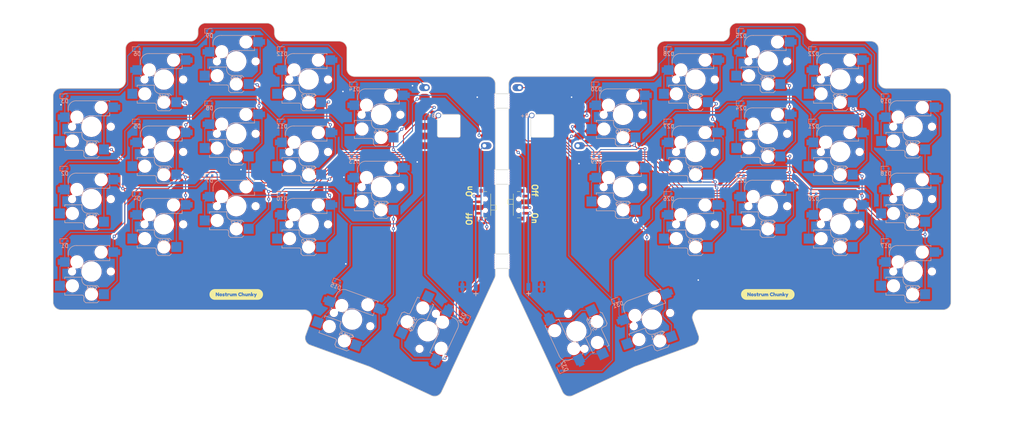
<source format=kicad_pcb>
(kicad_pcb (version 20241229) (generator "pcbnew") (generator_version "9.0")
  (title_block (title "nostrumX_MX") (rev "v1.0.0") (company "Unknown"))
  (layers (0 "F.Cu" signal) (2 "B.Cu" signal) (13 "F.Paste" user) (15 "B.Paste" user) (5 "F.SilkS" user "F.Silkscreen") (7 "B.SilkS" user "B.Silkscreen") (1 "F.Mask" user) (3 "B.Mask" user) (25 "Edge.Cuts" user))
  (net 0 "")
  (net 1 "GND")
  (net 2 "row2")
  (net 3 "Net-(D1-A)")
  (net 4 "Net-(D2-A)")
  (net 5 "row1")
  (net 6 "Net-(D3-A)")
  (net 7 "row0")
  (net 8 "Net-(D4-A)")
  (net 9 "Net-(D5-A)")
  (net 10 "Net-(D6-A)")
  (net 11 "Net-(D7-A)")
  (net 12 "Net-(D8-A)")
  (net 13 "Net-(D9-A)")
  (net 14 "Net-(D10-A)")
  (net 15 "Net-(D11-A)")
  (net 16 "Net-(D12-A)")
  (net 17 "Net-(D13-A)")
  (net 18 "Net-(D14-A)")
  (net 19 "Net-(D15-A)")
  (net 20 "Net-(D16-A)")
  (net 21 "mrow2")
  (net 22 "Net-(D17-A)")
  (net 23 "mrow1")
  (net 24 "mrow0")
  (net 25 "Net-(D20-A)")
  (net 26 "Net-(D21-A)")
  (net 27 "Net-(D22-A)")
  (net 28 "Net-(D23-A)")
  (net 29 "Net-(D24-A)")
  (net 30 "Net-(D25-A)")
  (net 31 "Net-(D26-A)")
  (net 32 "Net-(D27-A)")
  (net 33 "Net-(D28-A)")
  (net 34 "Net-(D29-A)")
  (net 35 "Net-(D30-A)")
  (net 36 "Net-(D31-A)")
  (net 37 "Net-(D32-A)")
  (net 38 "+3.3V")
  (net 41 "col3")
  (net 42 "BAT+")
  (net 43 "col0")
  (net 44 "col5")
  (net 45 "col4")
  (net 46 "col1")
  (net 47 "col2")
  (net 48 "MGND")
  (net 49 "mcol5")
  (net 50 "mcol0")
  (net 51 "mcol3")
  (net 54 "mcol2")
  (net 55 "mcol1")
  (net 56 "M+3.3V")
  (net 57 "mcol4")
  (net 59 "Net-(SW33-C)")
  (net 60 "Net-(SW34-C)")
  (net 62 "MBAT+")
  (net 63 "Net-(D18-A)")
  (net 64 "Net-(D19-A)")
  (net 65 "+5V")
  (net 66 "M+5V")
  (footprint "xxLib:Switch_MXChocV2_combo" (layer "F.Cu") (at 157 68.6175)
    (property "Reference" "SW11")
    (property "Value" "SW_Push_45deg" (hide yes))
  )
  (footprint "xxLib:xiao-ble-smd-batcut" (layer "F.Cu") (at 220 59.3675)
    (property "Reference" "M2" (hide yes))
    (property "Value" "XIAO-BLE" (hide yes))
    (fp_line (start -4.7 -0.075) (end -4.7 4.925) (stroke (width 0.12)) (layer "Edge.Cuts"))
    (fp_line (start -4.2 -0.575) (end 0.8 -0.575) (stroke (width 0.12)) (layer "Edge.Cuts"))
    (fp_line (start 0.8 5.425) (end -4.2 5.425) (stroke (width 0.12)) (layer "Edge.Cuts"))
    (fp_line (start 1.3 -0.075) (end 1.3 4.925) (stroke (width 0.12)) (layer "Edge.Cuts"))
    (fp_arc (start -4.7 -0.075) (mid -4.553553 -0.428553) (end -4.2 -0.575) (stroke (width 0.12)) (layer "Edge.Cuts"))
    (fp_arc (start -4.2 5.425) (mid -4.553553 5.278553) (end -4.7 4.925) (stroke (width 0.12)) (layer "Edge.Cuts"))
    (fp_arc (start 0.8 -0.575) (mid 1.153553 -0.428553) (end 1.3 -0.075) (stroke (width 0.12)) (layer "Edge.Cuts"))
    (fp_arc (start 1.3 4.925) (mid 1.153553 5.278553) (end 0.8 5.425) (stroke (width 0.12)) (layer "Edge.Cuts"))
  )
  (footprint "Button_Switch_SMD:SW_SPDT_PCM12" (layer "F.Cu") (at 203.05 82.4675 90)
    (property "Reference" "SW33" (hide yes))
    (property "Value" "SW_DPDT")
  )
  (footprint "xxLib:Switch_MXChocV2_combo" (layer "F.Cu") (at 277.5 82.855)
    (property "Reference" "SW23")
    (property "Value" "SW_Push_45deg" (hide yes))
  )
  (footprint "xxLib:SMDPad" (layer "F.Cu") (at 197.3378 104.0384)
    (property "Reference" "TP1" (hide yes))
    (property "Value" "BatNeg" (hide yes))
  )
  (footprint "xxLib:Switch_MXChocV2_combo" (layer "F.Cu") (at 239.5 77.8675)
    (property "Reference" "SW29")
    (property "Value" "SW_Push_45deg" (hide yes))
  )
  (footprint "xxLib:Switch_MXChocV2_combo" (layer "F.Cu") (at 258.5 87.6175)
    (property "Reference" "SW26")
    (property "Value" "SW_Push_45deg" (hide yes))
  )
  (footprint "xxLib:Switch_MXChocV2_combo" (layer "F.Cu") (at 277.5 44.855)
    (property "Reference" "SW25")
    (property "Value" "SW_Push_45deg" (hide yes))
  )
  (footprint "xxLib:Switch_MXChocV2_combo" (layer "F.Cu") (at 296.5 87.6175)
    (property "Reference" "SW20")
    (property "Value" "SW_Push_45deg" (hide yes))
  )
  (footprint "xxLib:Breakaway_Tabs_Med" (layer "F.Cu") (at 206.1 75.225 90)
    (property "Reference" "H7")
    (property "Value" "Breakaway Tabs")
  )
  (footprint "xxLib:SMDPad" (layer "F.Cu") (at 218.1522 104.0384)
    (property "Reference" "TP3" (hide yes))
    (property "Value" "MBatNeg" (hide yes))
  )
  (footprint "xxLib:Breakaway_Tabs_Med" (layer "F.Cu") (at 209.4 75.225 90)
    (property "Reference" "H7")
    (property "Value" "Breakaway Tabs")
  )
  (footprint "xxLib:Switch_MXChocV2_combo" (layer "F.Cu") (at 138 44.855)
    (property "Reference" "SW9")
    (property "Value" "SW_Push_45deg" (hide yes))
  )
  (footprint "xxLib:Switch_MXChocV2_combo" (layer "F.Cu") (at 176 58.8675)
    (property "Reference" "SW14")
    (property "Value" "SW_Push_45deg" (hide yes))
  )
  (footprint "xxLib:Switch_MXChocV2_combo" (layer "F.Cu") (at 227.254177 115.690496 115)
    (property "Reference" "SW32")
    (property "Value" "SW_Push_45deg" (hide yes))
  )
  (footprint "xxLib:Switch_MXChocV2_combo" (layer "F.Cu") (at 315.5 62)
    (property "Reference" "SW19")
    (property "Value" "SW_Push_45deg" (hide yes))
  )
  (footprint "xxLib:Breakaway_Tabs_Med" (layer "F.Cu") (at 206.1 55.275 90)
    (property "Reference" "H7")
    (property "Value" "Breakaway Tabs")
  )
  (footprint "xxLib:Breakaway_Tabs_Med" (layer "F.Cu") (at 206.1 97.325 90)
    (property "Reference" "H7")
    (property "Value" "Breakaway Tabs")
  )
  (footprint "xxLib:Switch_MXChocV2_combo" (layer "F.Cu") (at 258.5 49.6175)
    (property "Reference" "SW28")
    (property "Value" "SW_Push_45deg" (hide yes))
  )
  (footprint "xxLib:Switch_MXChocV2_combo" (layer "F.Cu") (at 119 87.6175)
    (property "Reference" "SW4")
    (property "Value" "SW_Push_45deg" (hide yes))
  )
  (footprint "xxLib:Switch_MXChocV2_combo" (layer "F.Cu") (at 277.5 63.855)
    (property "Reference" "SW24")
    (property "Value" "SW_Push_45deg" (hide yes))
  )
  (footprint "xxLib:SMDPadPOS" (layer "F.Cu") (at 214.6522 104.0384)
    (property "Reference" "TP4" (hide yes))
    (property "Value" "MBatPos" (hide yes))
  )
  (footprint "kibuzzard-67FBD43F" (layer "F.Cu") (at 277.5 106.0196)
    (property "Reference" "kibuzzard-67FBD43F" (hide yes))
    (property "Value" "G***" (hide yes))
  )
  (footprint "kibuzzard-67FBD43F" (layer "F.Cu") (at 138 106.0196)
    (property "Reference" "kibuzzard-67FBD43F" (hide yes))
    (property "Value" "G***" (hide yes))
  )
  (footprint "xxLib:Switch_MXChocV2_combo" (layer "F.Cu") (at 296.5 49.6175)
    (property "Reference" "SW22")
    (property "Value" "SW_Push_45deg" (hide yes))
  )
  (footprint "xxLib:Switch_MXChocV2_combo" (layer "F.Cu") (at 119 68.6175)
    (property "Reference" "SW5")
    (property "Value" "SW_Push_45deg" (hide yes))
  )
  (footprint "xxLib:Switch_MXChocV2_combo" (layer "F.Cu") (at 296.5 68.6175)
    (property "Reference" "SW21")
    (property "Value" "SW_Push_45deg" (hide yes))
  )
  (footprint "xxLib:SMDPad" (layer "F.Cu") (at 200.8378 104.0384)
    (property "Reference" "TP2" (hide yes))
    (property "Value" "BatPos" (hide yes))
  )
  (footprint "xxLib:Switch_MXChocV2_combo" (layer "F.Cu") (at 239.5 58.8675)
    (property "Reference" "SW30")
    (property "Value" "SW_Push_45deg" (hide yes))
  )
  (footprint "xxLib:Switch_MXChocV2_combo" (layer "F.Cu") (at 168.4 112.6175 -20)
    (property "Reference" "SW15")
    (property "Value" "SW_Push_45deg" (hide yes))
  )
  (footprint "xxLib:Switch_MXChocV2_combo" (layer "F.Cu") (at 315.5 100)
    (property "Reference" "SW17")
    (property "Value" "SW_Push_45deg" (hide yes))
  )
  (footprint "xxLib:Switch_MXChocV2_combo" (layer "F.Cu") (at 258.5 68.6175)
    (property "Reference" "SW27")
    (property "Value" "SW_Push_45deg" (hide yes))
  )
  (footprint "xxLib:Breakaway_Tabs_Med" (layer "F.Cu") (at 209.4 97.325 90)
    (property "Reference" "H7")
    (property "Value" "Breakaway Tabs")
  )
  (footprint "xxLib:Switch_MXChocV2_combo" (layer "F.Cu") (at 138 82.855)
    (property "Reference" "SW7")
    (property "Value" "SW_Push_45deg" (hide yes))
  )
  (footprint "xxLib:Switch_MXChocV2_combo" (layer "F.Cu") (at 176 77.8675)
    (property "Reference" "SW13")
    (property "Value" "SW_Push_45deg" (hide yes))
  )
  (footprint "Button_Switch_SMD:SW_SPDT_PCM12" (layer "F.Cu") (at 212.45 82.4675 -90)
    (property "Reference" "SW34" (hide yes))
    (property "Value" "SW_DPDT")
  )
  (footprint "xxLib:Switch_MXChocV2_combo" (layer "F.Cu") (at 119 49.6175)
    (property "Reference" "SW6")
    (property "Value" "SW_Push_45deg" (hide yes))
  )
  (footprint "xxLib:Breakaway_Tabs_Med" (layer "F.Cu") (at 209.4 55.275 90)
    (property "Reference" "H7")
    (property "Value" "Breakaway Tabs")
  )
  (footprint "xxLib:Switch_MXChocV2_combo" (layer "F.Cu") (at 247.1 112.6175 20)
    (property "Reference" "SW31")
    (property "Value" "SW_Push_45deg" (hide yes))
  )
  (footprint "xxLib:Switch_MXChocV2_combo" (layer "F.Cu") (at 100 62)
    (property "Reference" "SW3")
    (property "Value" "SW_Push_45deg" (hide yes))
  )
  (footprint "xxLib:Switch_MXChocV2_combo" (layer "F.Cu") (at 138 63.855)
    (property "Reference" "SW8")
    (property "Value" "SW_Push_45deg" (hide yes))
  )
  (footprint "xxLib:Switch_MXChocV2_combo" (layer "F.Cu") (at 157 87.6175)
    (property "Reference" "SW10")
    (property "Value" "SW_Push_45deg" (hide yes))
  )
  (footprint "xxLib:Switch_MXChocV2_combo" (layer "F.Cu") (at 315.5 81)
    (property "Reference" "SW18")
    (property "Value" "SW_Push_45deg" (hide yes))
  )
  (footprint "xxLib:xiao-ble-smd-batcut" (layer "F.Cu") (at 195.5 59.3675)
    (property "Reference" "M1" (hide yes))
    (property "Value" "XIAO-BLE" (hide yes))
    (fp_line (start -4.7 -0.075) (end -4.7 4.925) (stroke (width 0.12)) (layer "Edge.Cuts"))
    (fp_line (start -4.2 -0.575) (end 0.8 -0.575) (stroke (width 0.12)) (layer "Edge.Cuts"))
    (fp_line (start 0.8 5.425) (end -4.2 5.425) (stroke (width 0.12)) (layer "Edge.Cuts"))
    (fp_line (start 1.3 -0.075) (end 1.3 4.925) (stroke (width 0.12)) (layer "Edge.Cuts"))
    (fp_arc (start -4.7 -0.075) (mid -4.553553 -0.428553) (end -4.2 -0.575) (stroke (width 0.12)) (layer "Edge.Cuts"))
    (fp_arc (start -4.2 5.425) (mid -4.553553 5.278553) (end -4.7 4.925) (stroke (width 0.12)) (layer "Edge.Cuts"))
    (fp_arc (start 0.8 -0.575) (mid 1.153553 -0.428553) (end 1.3 -0.075) (stroke (width 0.12)) (layer "Edge.Cuts"))
    (fp_arc (start 1.3 4.925) (mid 1.153553 5.278553) (end 0.8 5.425) (stroke (width 0.12)) (layer "Edge.Cuts"))
  )
  (footprint "xxLib:Switch_MXChocV2_combo" (layer "F.Cu") (at 100 81)
    (property "Reference" "SW2")
    (property "Value" "SW_Push_45deg" (hide yes))
  )
  (footprint "xxLib:Switch_MXChocV2_combo" (layer "F.Cu") (at 157 49.6175)
    (property "Reference" "SW12")
    (property "Value" "SW_Push_45deg" (hide yes))
  )
  (footprint "xxLib:Switch_MXChocV2_combo" (layer "F.Cu") (at 188.245823 115.690496 -115)
    (property "Reference" "SW16")
    (property "Value" "SW_Push_45deg" (hide yes))
  )
  (footprint "xxLib:Switch_MXChocV2_combo" (layer "F.Cu") (at 100 100)
    (property "Reference" "SW1")
    (property "Value" "SW_Push_45deg" (hide yes))
  )
  (footprint "Diode_SMD:D_SOD-523" (layer "B.Cu") (at 164.558313 102.705818 -20)
    (property "Reference" "D15")
    (property "Value" "1N4148WT")
  )
  (footprint "Diode_SMD:D_SOD-523" (layer "B.Cu") (at 237.785991 107.4941 20)
    (property "Reference" "D31")
    (property "Value" "1N4148WT")
  )
  (footprint "Diode_SMD:D_SOD-523" (layer "B.Cu") (at 308.5 54)
    (property "Reference" "D19")
    (property "Value" "1N4148WT")
  )
  (footprint "Diode_SMD:D_SOD-523" (layer "B.Cu") (at 270.5 74.855)
    (property "Reference" "D23")
    (property "Value" "1N4148WT")
  )
  (footprint "Diode_SMD:D_SOD-523" (layer "B.Cu") (at 131 55.855)
    (property "Reference" "D8")
    (property "Value" "1N4148WT")
  )
  (footprint "Diode_SMD:D_SOD-523" (layer "B.Cu") (at 150 60.6175)
    (property "Reference" "D11")
    (property "Value" "1N4148WT")
  )
  (footprint "Diode_SMD:D_SOD-523" (layer "B.Cu") (at 270.5 55.855)
    (property "Reference" "D24")
    (property "Value" "1N4148WT")
  )
  (footprint "Diode_SMD:D_SOD-523" (layer "B.Cu") (at 112 60.6175)
    (property "Reference" "D5")
    (property "Value" "1N4148WT")
  )
  (footprint "Diode_SMD:D_SOD-523" (layer "B.Cu") (at 93 92)
    (property "Reference" "D1")
    (property "Value" "1N4148WT")
  )
  (footprint "Diode_SMD:D_SOD-523" (layer "B.Cu") (at 289.5 60.6175)
    (property "Reference" "D21")
    (property "Value" "1N4148WT")
  )
  (footprint "Diode_SMD:D_SOD-523" (layer "B.Cu") (at 150 41.6175)
    (property "Reference" "D12")
    (property "Value" "1N4148WT")
  )
  (footprint "Diode_SMD:D_SOD-523" (layer "B.Cu") (at 232.5 69.8675)
    (property "Reference" "D29")
    (property "Value" "1N4148WT")
  )
  (footprint "Diode_SMD:D_SOD-523" (layer "B.Cu") (at 150 79.6175)
    (property "Reference" "D10")
    (property "Value" "1N4148WT")
  )
  (footprint "Diode_SMD:D_SOD-523" (layer "B.Cu") (at 131 36.855)
    (property "Reference" "D9")
    (property "Value" "1N4148WT")
  )
  (footprint "Diode_SMD:D_SOD-523" (layer "B.Cu") (at 112 79.6175)
    (property "Reference" "D4")
    (property "Value" "1N4148WT")
  )
  (footprint "Diode_SMD:D_SOD-523" (layer "B.Cu") (at 251.5 79.6175)
    (property "Reference" "D26")
    (property "Value" "1N4148WT")
  )
  (footprint "Diode_SMD:D_SOD-523" (layer "B.Cu") (at 270.5 36.855)
    (property "Reference" "D25")
    (property "Value" "1N4148WT")
  )
  (footprint "Diode_SMD:D_SOD-523" (layer "B.Cu") (at 93 54)
    (property "Reference" "D3")
    (property "Value" "1N4148WT")
  )
  (footprint "Diode_SMD:D_SOD-523" (layer "B.Cu") (at 308.5 92)
    (property "Reference" "D17")
    (property "Value" "1N4148WT")
  )
  (footprint "Diode_SMD:D_SOD-523" (layer "B.Cu") (at 289.5 79.6175)
    (property "Reference" "D20")
    (property "Value" "1N4148WT")
  )
  (footprint "Diode_SMD:D_SOD-523" (layer "B.Cu") (at 169 50.8675)
    (property "Reference" "D14")
    (property "Value" "1N4148WT")
  )
  (footprint "Diode_SMD:D_SOD-523" (layer "B.Cu") (at 93 73)
    (property "Reference" "D2")
    (property "Value" "1N4148WT")
  )
  (footprint "Diode_SMD:D_SOD-523" (layer "B.Cu") (at 198.454613 112.727287 -115)
    (property "Reference" "D16")
    (property "Value" "1N4148WT")
  )
  (footprint "Diode_SMD:D_SOD-523" (layer "B.Cu") (at 112 41.6175)
    (property "Reference" "D6")
    (property "Value" "1N4148WT")
  )
  (footprint "Diode_SMD:D_SOD-523" (layer "B.Cu") (at 131 74.855)
    (property "Reference" "D7")
    (property "Value" "1N4148WT")
  )
  (footprint "Diode_SMD:D_SOD-523" (layer "B.Cu") (at 232.5 50.8675)
    (property "Reference" "D30")
    (property "Value" "1N4148WT")
  )
  (footprint "Diode_SMD:D_SOD-523" (layer "B.Cu") (at 222.962042 125.415596 115)
    (property "Reference" "D32")
    (property "Value" "1N4148WT")
  )
  (footprint "Diode_SMD:D_SOD-523" (layer "B.Cu") (at 308.5 73)
    (property "Reference" "D18")
    (property "Value" "1N4148WT")
  )
  (footprint "Diode_SMD:D_SOD-523" (layer "B.Cu") (at 251.5 41.6175)
    (property "Reference" "D28")
    (property "Value" "1N4148WT")
  )
  (footprint "Diode_SMD:D_SOD-523" (layer "B.Cu") (at 251.5 60.6175)
    (property "Reference" "D27")
    (property "Value" "1N4148WT")
  )
  (footprint "Diode_SMD:D_SOD-523" (layer "B.Cu") (at 169 69.8675)
    (property "Reference" "D13")
    (property "Value" "1N4148WT")
  )
  (footprint "Diode_SMD:D_SOD-523" (layer "B.Cu") (at 289.5 41.6175)
    (property "Reference" "D22")
    (property "Value" "1N4148WT")
  )
  (gr_line (start 287.55 36.805) (end 287.55 37.5675) (stroke (width 0.15)) (layer "Edge.Cuts"))
  (gr_line (start 150.05 39.5675) (end 165.05 39.5675) (stroke (width 0.15)) (layer "Edge.Cuts"))
  (gr_line (start 209.5 73.3) (end 209.5 57.15) (stroke (width 0.15)) (layer "Edge.Cuts"))
  (gr_line (start 257.837404 112.73404) (end 259.297173 116.744723) (stroke (width 0.15)) (layer "Edge.Cuts"))
  (gr_line (start 108.95 49.95) (end 108.95 41.5675) (stroke (width 0.15)) (layer "Edge.Cuts"))
  (gr_arc (start 267.45 36.805) (mid 268.035786 35.390786) (end 269.45 34.805) (stroke (width 0.15)) (layer "Edge.Cuts"))
  (gr_line (start 127.95 37.5675) (end 127.95 36.805) (stroke (width 0.15)) (layer "Edge.Cuts"))
  (gr_line (start 206 99.2) (end 206 100.835167) (stroke (width 0.15)) (layer "Edge.Cuts"))
  (gr_arc (start 157.398172 119.308148) (mid 156.269597 118.274) (end 156.202827 116.744723) (stroke (width 0.15)) (layer "Edge.Cuts"))
  (gr_line (start 209.5 53.35) (end 209.5 50.8175) (stroke (width 0.15)) (layer "Edge.Cuts"))
  (gr_line (start 157.398172 119.308149) (end 172.847116 124.931105) (stroke (width 0.15)) (layer "Edge.Cuts"))
  (gr_arc (start 248.45 46.8175) (mid 247.864214 48.231714) (end 246.45 48.8175) (stroke (width 0.15)) (layer "Edge.Cuts"))
  (gr_line (start 206 57.15) (end 209.5 57.15) (stroke (width 0.15)) (layer "Edge.Cuts"))
  (gr_arc (start 155.783211 110.05) (mid 157.421515 110.902847) (end 157.662596 112.73404) (stroke (width 0.15)) (layer "Edge.Cuts"))
  (gr_line (start 306.55 49.95) (end 306.55 41.5675) (stroke (width 0.15)) (layer "Edge.Cuts"))
  (gr_arc (start 267.45 37.5675) (mid 266.864214 38.981714) (end 265.45 39.5675) (stroke (width 0.15)) (layer "Edge.Cuts"))
  (gr_line (start 169.05 48.8175) (end 204 48.8175) (stroke (width 0.15)) (layer "Edge.Cuts"))
  (gr_line (start 173.008313 124.997874) (end 189.209839 132.55277) (stroke (width 0.15)) (layer "Edge.Cuts"))
  (gr_line (start 110.95 39.5675) (end 125.95 39.5675) (stroke (width 0.15)) (layer "Edge.Cuts"))
  (gr_line (start 259.716789 110.05) (end 323.55 110.05) (stroke (width 0.15)) (layer "Edge.Cuts"))
  (gr_arc (start 108.95 41.5675) (mid 109.535786 40.153286) (end 110.95 39.5675) (stroke (width 0.15)) (layer "Edge.Cuts"))
  (gr_arc (start 89.95 53.95) (mid 90.535786 52.535786) (end 91.95 51.95) (stroke (width 0.15)) (layer "Edge.Cuts"))
  (gr_line (start 206 73.3) (end 209.5 73.3) (stroke (width 0.15)) (layer "Edge.Cuts"))
  (gr_line (start 91.95 51.95) (end 106.95 51.95) (stroke (width 0.15)) (layer "Edge.Cuts"))
  (gr_arc (start 308.55 51.95) (mid 307.135786 51.364214) (end 306.55 49.95) (stroke (width 0.15)) (layer "Edge.Cuts"))
  (gr_line (start 226.290161 132.55277) (end 242.491687 124.997874) (stroke (width 0.15)) (layer "Edge.Cuts"))
  (gr_line (start 206 50.8175) (end 206 53.35) (stroke (width 0.15)) (layer "Edge.Cuts"))
  (gr_arc (start 127.95 37.5675) (mid 127.364214 38.981714) (end 125.95 39.5675) (stroke (width 0.15)) (layer "Edge.Cuts"))
  (gr_line (start 325.55 108.05) (end 325.55 53.95) (stroke (width 0.15)) (layer "Edge.Cuts"))
  (gr_arc (start 259.297174 116.744723) (mid 259.230426 118.27402) (end 258.101828 119.308149) (stroke (width 0.15)) (layer "Edge.Cuts"))
  (gr_arc (start 169.05 48.8175) (mid 167.635786 48.231714) (end 167.05 46.8175) (stroke (width 0.15)) (layer "Edge.Cuts"))
  (gr_line (start 206 77.1) (end 209.5 77.1) (stroke (width 0.15)) (layer "Edge.Cuts"))
  (gr_arc (start 323.55 51.95) (mid 324.964214 52.535786) (end 325.55 53.95) (stroke (width 0.15)) (layer "Edge.Cuts"))
  (gr_arc (start 248.45 41.5675) (mid 249.035786 40.153286) (end 250.45 39.5675) (stroke (width 0.15)) (layer "Edge.Cuts"))
  (gr_arc (start 209.687384 101.680404) (mid 209.547414 101.268046) (end 209.5 100.835167) (stroke (width 0.15)) (layer "Edge.Cuts"))
  (gr_arc (start 150.05 39.5675) (mid 148.635786 38.981714) (end 148.05 37.5675) (stroke (width 0.15)) (layer "Edge.Cuts"))
  (gr_line (start 267.45 37.5675) (end 267.45 36.805) (stroke (width 0.15)) (layer "Edge.Cuts"))
  (gr_arc (start 289.55 39.5675) (mid 288.135786 38.981714) (end 287.55 37.5675) (stroke (width 0.15)) (layer "Edge.Cuts"))
  (gr_arc (start 146.05 34.805) (mid 147.464214 35.390786) (end 148.05 36.805) (stroke (width 0.15)) (layer "Edge.Cuts"))
  (gr_arc (start 209.5 50.8175) (mid 210.085786 49.403286) (end 211.5 48.8175) (stroke (width 0.15)) (layer "Edge.Cuts"))
  (gr_line (start 206 53.35) (end 209.5 53.35) (stroke (width 0.15)) (layer "Edge.Cuts"))
  (gr_line (start 129.95 34.805) (end 146.05 34.805) (stroke (width 0.15)) (layer "Edge.Cuts"))
  (gr_line (start 156.202827 116.744723) (end 157.662596 112.73404) (stroke (width 0.15)) (layer "Edge.Cuts"))
  (gr_arc (start 206.000001 100.835167) (mid 205.952593 101.268047) (end 205.812616 101.680404) (stroke (width 0.15)) (layer "Edge.Cuts"))
  (gr_line (start 211.5 48.8175) (end 246.45 48.8175) (stroke (width 0.15)) (layer "Edge.Cuts"))
  (gr_arc (start 172.847117 124.931104) (mid 172.928444 124.96273) (end 173.008313 124.997874) (stroke (width 0.15)) (layer "Edge.Cuts"))
  (gr_arc (start 204 48.8175) (mid 205.414214 49.403286) (end 206 50.8175) (stroke (width 0.15)) (layer "Edge.Cuts"))
  (gr_line (start 167.05 41.5675) (end 167.05 46.8175) (stroke (width 0.15)) (layer "Edge.Cuts"))
  (gr_line (start 242.652884 124.931105) (end 258.101828 119.308149) (stroke (width 0.15)) (layer "Edge.Cuts"))
  (gr_line (start 91.95 110.05) (end 155.783211 110.05) (stroke (width 0.15)) (layer "Edge.Cuts"))
  (gr_line (start 289.55 39.5675) (end 304.55 39.5675) (stroke (width 0.15)) (layer "Edge.Cuts"))
  (gr_line (start 206 57.15) (end 206 73.3) (stroke (width 0.15)) (layer "Edge.Cuts"))
  (gr_line (start 148.05 36.805) (end 148.05 37.5675) (stroke (width 0.15)) (layer "Edge.Cuts"))
  (gr_line (start 269.45 34.805) (end 285.55 34.805) (stroke (width 0.15)) (layer "Edge.Cuts"))
  (gr_line (start 206 77.1) (end 206 95.4) (stroke (width 0.15)) (layer "Edge.Cuts"))
  (gr_line (start 89.95 108.05) (end 89.95 53.95) (stroke (width 0.15)) (layer "Edge.Cuts"))
  (gr_arc (start 242.491688 124.997875) (mid 242.571558 124.962733) (end 242.652884 124.931105) (stroke (width 0.15)) (layer "Edge.Cuts"))
  (gr_line (start 209.500015 100.835167) (end 209.500015 99.2) (stroke (width 0.15)) (layer "Edge.Cuts"))
  (gr_line (start 250.45 39.5675) (end 265.45 39.5675) (stroke (width 0.15)) (layer "Edge.Cuts"))
  (gr_line (start 248.45 46.8175) (end 248.45 41.5675) (stroke (width 0.15)) (layer "Edge.Cuts"))
  (gr_line (start 209.5 95.4) (end 209.5 77.1) (stroke (width 0.15)) (layer "Edge.Cuts"))
  (gr_line (start 206 95.4) (end 209.5 95.4) (stroke (width 0.15)) (layer "Edge.Cuts"))
  (gr_arc (start 285.55 34.805) (mid 286.964214 35.390786) (end 287.55 36.805) (stroke (width 0.15)) (layer "Edge.Cuts"))
  (gr_arc (start 91.95 110.05) (mid 90.535786 109.464214) (end 89.95 108.05) (stroke (width 0.15)) (layer "Edge.Cuts"))
  (gr_line (start 205.812616 101.680404) (end 191.867691 131.585391) (stroke (width 0.15)) (layer "Edge.Cuts"))
  (gr_arc (start 108.95 49.95) (mid 108.364214 51.364214) (end 106.95 51.95) (stroke (width 0.15)) (layer "Edge.Cuts"))
  (gr_arc (start 304.55 39.5675) (mid 305.964214 40.153286) (end 306.55 41.5675) (stroke (width 0.15)) (layer "Edge.Cuts"))
  (gr_arc (start 226.290162 132.55277) (mid 224.760876 132.619559) (end 223.632309 131.585391) (stroke (width 0.15)) (layer "Edge.Cuts"))
  (gr_line (start 308.55 51.95) (end 323.55 51.95) (stroke (width 0.15)) (layer "Edge.Cuts"))
  (gr_line (start 206 99.2) (end 209.500015 99.2) (stroke (width 0.15)) (layer "Edge.Cuts"))
  (gr_arc (start 325.55 108.05) (mid 324.964214 109.464214) (end 323.55 110.05) (stroke (width 0.15)) (layer "Edge.Cuts"))
  (gr_arc (start 127.95 36.805) (mid 128.535786 35.390786) (end 129.95 34.805) (stroke (width 0.15)) (layer "Edge.Cuts"))
  (gr_arc (start 191.867691 131.58539) (mid 190.739116 132.619539) (end 189.209839 132.55277) (stroke (width 0.15)) (layer "Edge.Cuts"))
  (gr_arc (start 257.837404 112.73404) (mid 258.078486 110.902844) (end 259.716789 110.05) (stroke (width 0.15)) (layer "Edge.Cuts"))
  (gr_arc (start 165.05 39.5675) (mid 166.464214 40.153286) (end 167.05 41.5675) (stroke (width 0.15)) (layer "Edge.Cuts"))
  (gr_line (start 223.632309 131.585391) (end 209.687384 101.680404) (stroke (width 0.15)) (layer "Edge.Cuts"))
  (gr_text "On" (at 200.05 80.581786 90) (layer "F.SilkS") (effects (font (size 1.5 1.5) (thickness 0.3) (bold yes)) (justify left bottom)))
  (gr_text "Off" (at 215.45 76.874643 270) (layer "F.SilkS") (effects (font (size 1.5 1.5) (thickness 0.3) (bold yes)) (justify left bottom)))
  (gr_text "On" (at 215.45 84.353214 270) (layer "F.SilkS") (effects (font (size 1.5 1.5) (thickness 0.3) (bold yes)) (justify left bottom)))
  (gr_text "Off" (at 200.05 88.060358 90) (layer "F.SilkS") (effects (font (size 1.5 1.5) (thickness 0.3) (bold yes)) (justify left bottom)))
  (via (at 185.5 71.25) (size 0.8) (drill 0.4) (layers "F.Cu" "B.Cu") (net 1))
  (via (at 139.25 73.25) (size 0.8) (drill 0.4) (layers "F.Cu" "B.Cu") (net 1))
  (via (at 166.75 98) (size 0.8) (drill 0.4) (layers "F.Cu" "B.Cu") (net 1))
  (via (at 166 52.75) (size 0.8) (drill 0.4) (layers "F.Cu" "B.Cu") (net 1))
  (via (at 184.25 51.25) (size 0.8) (drill 0.4) (layers "F.Cu" "B.Cu") (net 1))
  (via (at 92 56.25) (size 0.8) (drill 0.4) (layers "F.Cu" "B.Cu") (net 1))
  (via (at 166.25 75.25) (size 0.8) (drill 0.4) (layers "F.Cu" "B.Cu") (net 1))
  (via (at 201.25 54.25) (size 0.8) (drill 0.4) (layers "F.Cu" "B.Cu") (net 1))
  (segment (start 189.84111 56.8275) (end 189.950003 56.936393) (width 0.25) (layer "F.Cu") (net 2))
  (segment (start 186.93004 56.8275) (end 189.84111 56.8275) (width 0.25) (layer "F.Cu") (net 2))
  (via (at 189.950003 56.936393) (size 0.8) (drill 0.4) (layers "F.Cu" "B.Cu") (net 2))
  (segment (start 187.5 79.75) (end 187.5 79.5) (width 0.25) (layer "B.Cu") (net 2))
  (segment (start 111.3 79.6175) (end 111.3 79.2) (width 0.25) (layer "B.Cu") (net 2))
  (segment (start 148.9175 80) (end 149.3 79.6175) (width 0.25) (layer "B.Cu") (net 2))
  (segment (start 168.25 87.5) (end 179.75 87.5) (width 0.25) (layer "B.Cu") (net 2))
  (segment (start 133 74.5) (end 133 75.75) (width 0.25) (layer "B.Cu") (net 2))
  (segment (start 165 84.25) (end 168.25 87.5) (width 0.25) (layer "B.Cu") (net 2))
  (segment (start 112.75 77.75) (end 127.405 77.75) (width 0.25) (layer "B.Cu") (net 2))
  (segment (start 163.900528 102.466404) (end 167.866932 98.5) (width 0.25) (layer "B.Cu") (net 2))
  (segment (start 137.25 80) (end 148.9175 80) (width 0.25) (layer "B.Cu") (net 2))
  (segment (start 187.5 59.386396) (end 189.950003 56.936393) (width 0.25) (layer "B.Cu") (net 2))
  (segment (start 167.866932 87.883068) (end 168.25 87.5) (width 0.25) (layer "B.Cu") (net 2))
  (segment (start 111.3 79.95) (end 111.3 79.6175) (width 0.25) (layer "B.Cu") (net 2))
  (segment (start 131.405 73.75) (end 132.25 73.75) (width 0.25) (layer "B.Cu") (net 2))
  (segment (start 111.3 79.2) (end 112.75 77.75) (width 0.25) (layer "B.Cu") (net 2))
  (segment (start 149.3 79.6175) (end 150.6675 78.25) (width 0.25) (layer "B.Cu") (net 2))
  (segment (start 179.75 87.5) (end 187.5 79.75) (width 0.25) (layer "B.Cu") (net 2))
  (segment (start 127.405 77.75) (end 130.3 74.855) (width 0.25) (layer "B.Cu") (net 2))
  (segment (start 163.5 78.25) (end 165 79.75) (width 0.25) (layer "B.Cu") (net 2))
  (segment (start 106 89.75) (end 108.75 87) (width 0.25) (layer "B.Cu") (net 2))
  (segment (start 108.75 87) (end 108.75 82.5) (width 0.25) (layer "B.Cu") (net 2))
  (segment (start 133 75.75) (end 137.25 80) (width 0.25) (layer "B.Cu") (net 2))
  (segment (start 130.3 74.855) (end 131.405 73.75) (width 0.25) (layer "B.Cu") (net 2))
  (segment (start 167.866932 98.5) (end 167.866932 87.883068) (width 0.25) (layer "B.Cu") (net 2))
  (segment (start 108.75 82.5) (end 111.3 79.95) (width 0.25) (layer "B.Cu") (net 2))
  (segment (start 150.6675 78.25) (end 163.5 78.25) (width 0.25) (layer "B.Cu") (net 2))
  (segment (start 165 79.75) (end 165 84.25) (width 0.25) (layer "B.Cu") (net 2))
  (segment (start 92.3 92) (end 94.55 89.75) (width 0.25) (layer "B.Cu") (net 2))
  (segment (start 187.5 100.842426) (end 187.5 59.386396) (width 0.25) (layer "B.Cu") (net 2))
  (segment (start 132.25 73.75) (end 133 74.5) (width 0.25) (layer "B.Cu") (net 2))
  (segment (start 198.750446 112.092872) (end 187.5 100.842426) (width 0.25) (layer "B.Cu") (net 2))
  (segment (start 94.55 89.75) (end 106 89.75) (width 0.25) (layer "B.Cu") (net 2))
  (segment (start 93 92.7) (end 93.7 92) (width 0.25) (layer "B.Cu") (net 3))
  (segment (start 91.725 98.775) (end 93 97.5) (width 0.25) (layer "B.Cu") (net 3))
  (segment (start 91.725 103.75) (end 91.725 98.775) (width 0.25) (layer "B.Cu") (net 3))
  (segment (start 93 97.5) (end 93 92.7) (width 0.25) (layer "B.Cu") (net 3))
  (segment (start 91.725 84.75) (end 91.725 79.775) (width 0.25) (layer "B.Cu") (net 4))
  (segment (start 91.725 79.775) (end 93 78.5) (width 0.25) (layer "B.Cu") (net 4))
  (segment (start 93 78.5) (end 93 73.7) (width 0.25) (layer "B.Cu") (net 4))
  (segment (start 93 73.7) (end 93.7 73) (width 0.25) (layer "B.Cu") (net 4))
  (segment (start 186.46754 54.75) (end 185.5 54.75) (width 0.25) (layer "F.Cu") (net 5))
  (segment (start 186.93004 54.2875) (end 186.46754 54.75) (width 0.25) (layer "F.Cu") (net 5))
  (via (at 185.5 54.75) (size 0.8) (drill 0.4) (layers "F.Cu" "B.Cu") (net 5))
  (segment (start 126.63 59.525) (end 130.3 55.855) (width 0.25) (layer "B.Cu") (net 5))
  (segment (start 131.5 54.5) (end 143.1825 54.5) (width 0.25) (layer "B.Cu") (net 5))
  (segment (start 92.3 73) (end 94.05 71.25) (width 0.25) (layer "B.Cu") (net 5))
  (segment (start 165.75 67.3175) (end 168.3 69.8675) (width 0.25) (layer "B.Cu") (net 5))
  (segment (start 108.75 69.25) (end 108.75 63.1675) (width 0.25) (layer "B.Cu") (net 5))
  (segment (start 130.3 55.7) (end 131.5 54.5) (width 0.25) (layer "B.Cu") (net 5))
  (segment (start 94.05 71.25) (end 106.75 71.25) (width 0.25) (layer "B.Cu") (net 5))
  (segment (start 149.3 60.6175) (end 150.6675 59.25) (width 0.25) (layer "B.Cu") (net 5))
  (segment (start 162.75 59.25) (end 165.75 62.25) (width 0.25) (layer "B.Cu") (net 5))
  (segment (start 130.3 55.855) (end 130.3 55.7) (width 0.25) (layer "B.Cu") (net 5))
  (segment (start 168.3 69.8675) (end 170.9175 67.25) (width 0.25) (layer "B.Cu") (net 5))
  (segment (start 106.75 71.25) (end 108.75 69.25) (width 0.25) (layer "B.Cu") (net 5))
  (segment (start 180.0925 67.25) (end 184.25 63.0925) (width 0.25) (layer "B.Cu") (net 5))
  (segment (start 112.3925 59.525) (end 126.63 59.525) (width 0.25) (layer "B.Cu") (net 5))
  (segment (start 108.75 63.1675) (end 111.3 60.6175) (width 0.25) (layer "B.Cu") (net 5))
  (segment (start 150.6675 59.25) (end 162.75 59.25) (width 0.25) (layer "B.Cu") (net 5))
  (segment (start 170.9175 67.25) (end 180.0925 67.25) (width 0.25) (layer "B.Cu") (net 5))
  (segment (start 184.25 63.0925) (end 184.25 56) (width 0.25) (layer "B.Cu") (net 5))
  (segment (start 143.1825 54.5) (end 149.3 60.6175) (width 0.25) (layer "B.Cu") (net 5))
  (segment (start 111.3 60.6175) (end 112.3925 59.525) (width 0.25) (layer "B.Cu") (net 5))
  (segment (start 165.75 62.25) (end 165.75 67.3175) (width 0.25) (layer "B.Cu") (net 5))
  (segment (start 184.25 56) (end 185.5 54.75) (width 0.25) (layer "B.Cu") (net 5))
  (segment (start 91.725 60.775) (end 93 59.5) (width 0.25) (layer "B.Cu") (net 6))
  (segment (start 91.725 65.75) (end 91.725 60.775) (width 0.25) (layer "B.Cu") (net 6))
  (segment (start 93 54.7) (end 93.7 54) (width 0.25) (layer "B.Cu") (net 6))
  (segment (start 93 59.5) (end 93 54.7) (width 0.25) (layer "B.Cu") (net 6))
  (segment (start 162.25 40.5) (end 165.75 44) (width 0.25) (layer "B.Cu") (net 7))
  (segment (start 169.4175 49.75) (end 185.8825 49.75) (width 0.25) (layer "B.Cu") (net 7))
  (segment (start 130.3 37.7) (end 130.3 36.855) (width 0.25) (layer "B.Cu") (net 7))
  (segment (start 107.25 53.25) (end 109.5 51) (width 0.25) (layer "B.Cu") (net 7))
  (segment (start 149.3 41.6175) (end 149.3 41.45) (width 0.25) (layer "B.Cu") (net 7))
  (segment (start 149.3 41.05) (end 149.3 41.6175) (width 0.25) (layer "B.Cu") (net 7))
  (segment (start 93.05 53.25) (end 107.25 53.25) (width 0.25) (layer "B.Cu") (net 7))
  (segment (start 168.3 50.8675) (end 169.4175 49.75) (width 0.25) (layer "B.Cu") (net 7))
  (segment (start 165.75 44) (end 165.75 48.3175) (width 0.25) (layer "B.Cu") (net 7))
  (segment (start 185.8825 49.75) (end 187.88 51.7475) (width 0.25) (layer "B.Cu") (net 7))
  (segment (start 165.75 48.3175) (end 168.3 50.8675) (width 0.25) (layer "B.Cu") (net 7))
  (segment (start 130.975 36.18) (end 144.43 36.18) (width 0.25) (layer "B.Cu") (net 7))
  (segment (start 127.5 40.5) (end 130.3 37.7) (width 0.25) (layer "B.Cu") (net 7))
  (segment (start 149.3 41.45) (end 150.25 40.5) (width 0.25) (layer "B.Cu") (net 7))
  (segment (start 144.43 36.18) (end 149.3 41.05) (width 0.25) (layer "B.Cu") (net 7))
  (segment (start 109.5 43.4175) (end 111.3 41.6175) (width 0.25) (layer "B.Cu") (net 7))
  (segment (start 111.3 41.6175) (end 112.4175 40.5) (width 0.25) (layer "B.Cu") (net 7))
  (segment (start 150.25 40.5) (end 162.25 40.5) (width 0.25) (layer "B.Cu") (net 7))
  (segment (start 112.4175 40.5) (end 127.5 40.5) (width 0.25) (layer "B.Cu") (net 7))
  (segment (start 130.3 36.855) (end 130.975 36.18) (width 0.25) (layer "B.Cu") (net 7))
  (segment (start 92.3 54) (end 93.05 53.25) (width 0.25) (layer "B.Cu") (net 7))
  (segment (start 109.5 51) (end 109.5 43.4175) (width 0.25) (layer "B.Cu") (net 7))
  (segment (start 110.725 86.3925) (end 112 85.1175) (width 0.25) (layer "B.Cu") (net 8))
  (segment (start 112 80.3175) (end 112.7 79.6175) (width 0.25) (layer "B.Cu") (net 8))
  (segment (start 110.725 91.3675) (end 110.725 86.3925) (width 0.25) (layer "B.Cu") (net 8))
  (segment (start 112 85.1175) (end 112 80.3175) (width 0.25) (layer "B.Cu") (net 8))
  (segment (start 112.7 65.3) (end 112.7 60.6175) (width 0.25) (layer "B.Cu") (net 9))
  (segment (start 110.725 72.3675) (end 110.725 67.3925) (width 0.25) (layer "B.Cu") (net 9))
  (segment (start 112 66.1175) (end 112 66) (width 0.25) (layer "B.Cu") (net 9))
  (segment (start 112 66) (end 112.7 65.3) (width 0.25) (layer "B.Cu") (net 9))
  (segment (start 110.725 67.3925) (end 112 66.1175) (width 0.25) (layer "B.Cu") (net 9))
  (segment (start 112 47) (end 112.7 46.3) (width 0.25) (layer "B.Cu") (net 10))
  (segment (start 110.725 48.3925) (end 112 47.1175) (width 0.25) (layer "B.Cu") (net 10))
  (segment (start 112.7 46.3) (end 112.7 41.6175) (width 0.25) (layer "B.Cu") (net 10))
  (segment (start 110.725 53.3675) (end 110.725 48.3925) (width 0.25) (layer "B.Cu") (net 10))
  (segment (start 112 47.1175) (end 112 47) (width 0.25) (layer "B.Cu") (net 10))
  (segment (start 131 80.355) (end 131 75.555) (width 0.25) (layer "B.Cu") (net 11))
  (segment (start 131 75.555) (end 131.7 74.855) (width 0.25) (layer "B.Cu") (net 11))
  (segment (start 129.725 81.63) (end 131 80.355) (width 0.25) (layer "B.Cu") (net 11))
  (segment (start 129.725 86.605) (end 129.725 81.63) (width 0.25) (layer "B.Cu") (net 11))
  (segment (start 131 61.25) (end 131.7 60.55) (width 0.25) (layer "B.Cu") (net 12))
  (segment (start 131.7 60.55) (end 131.7 55.855) (width 0.25) (layer "B.Cu") (net 12))
  (segment (start 129.725 62.63) (end 131 61.355) (width 0.25) (layer "B.Cu") (net 12))
  (segment (start 131 61.355) (end 131 61.25) (width 0.25) (layer "B.Cu") (net 12))
  (segment (start 129.725 67.605) (end 129.725 62.63) (width 0.25) (layer "B.Cu") (net 12))
  (segment (start 131 37.555) (end 131.7 36.855) (width 0.25) (layer "B.Cu") (net 13))
  (segment (start 129.725 48.605) (end 129.725 43.63) (width 0.25) (layer "B.Cu") (net 13))
  (segment (start 131 42.355) (end 131 37.555) (width 0.25) (layer "B.Cu") (net 13))
  (segment (start 129.725 43.63) (end 131 42.355) (width 0.25) (layer "B.Cu") (net 13))
  (segment (start 148.725 86.3925) (end 150 85.1175) (width 0.25) (layer "B.Cu") (net 14))
  (segment (start 150.7 84.3) (end 150.7 79.6175) (width 0.25) (layer "B.Cu") (net 14))
  (segment (start 148.725 91.3675) (end 148.725 86.3925) (width 0.25) (layer "B.Cu") (net 14))
  (segment (start 150 85.1175) (end 150 85) (width 0.25) (layer "B.Cu") (net 14))
  (segment (start 150 85) (end 150.7 84.3) (width 0.25) (layer "B.Cu") (net 14))
  (segment (start 150 61.3175) (end 150.7 60.6175) (width 0.25) (layer "B.Cu") (net 15))
  (segment (start 148.725 72.3675) (end 148.725 67.3925) (width 0.25) (layer "B.Cu") (net 15))
  (segment (start 150 66.1175) (end 150 61.3175) (width 0.25) (layer "B.Cu") (net 15))
  (segment (start 148.725 67.3925) (end 150 66.1175) (width 0.25) (layer "B.Cu") (net 15))
  (segment (start 150 52.0925) (end 148.725 53.3675) (width 0.25) (layer "B.Cu") (net 16))
  (segment (start 150.7 46.4175) (end 150 47.1175) (width 0.25) (layer "B.Cu") (net 16))
  (segment (start 150.7 41.6175) (end 150.7 46.4175) (width 0.25) (layer "B.Cu") (net 16))
  (segment (start 150 47.1175) (end 150 52.0925) (width 0.25) (layer "B.Cu") (net 16))
  (segment (start 169.7 69.8675) (end 169.7 74.6675) (width 0.25) (layer "B.Cu") (net 17))
  (segment (start 169.7 74.6675) (end 169 75.3675) (width 0.25) (layer "B.Cu") (net 17))
  (segment (start 169 75.3675) (end 169 80.3425) (width 0.25) (layer "B.Cu") (net 17))
  (segment (start 169 80.3425) (end 167.725 81.6175) (width 0.25) (layer "B.Cu") (net 17))
  (segment (start 169 61.3425) (end 167.725 62.6175) (width 0.25) (layer "B.Cu") (net 18))
  (segment (start 169.7 55.6675) (end 169 56.3675) (width 0.25) (layer "B.Cu") (net 18))
  (segment (start 169 56.3675) (end 169 61.3425) (width 0.25) (layer "B.Cu") (net 18))
  (segment (start 169.7 50.8675) (end 169.7 55.6675) (width 0.25) (layer "B.Cu") (net 18))
  (segment (start 162.677202 109.975397) (end 162.677202 107.874127) (width 0.25) (layer "B.Cu") (net 19))
  (segment (start 159.341468 113.311131) (end 162.677202 109.975397) (width 0.25) (layer "B.Cu") (net 19))
  (segment (start 165.216098 105.335231) (end 165.216098 102.945232) (width 0.25) (layer "B.Cu") (net 19))
  (segment (start 162.677202 107.874127) (end 165.216098 105.335231) (width 0.25) (layer "B.Cu") (net 19))
  (segment (start 195.199965 110.402887) (end 198.15878 113.361702) (width 0.25) (layer "B.Cu") (net 20))
  (segment (start 188.344335 106.605981) (end 192.141241 110.402887) (width 0.25) (layer "B.Cu") (net 20))
  (segment (start 192.141241 110.402887) (end 193.46992 110.402887) (width 0.25) (layer "B.Cu") (net 20))
  (segment (start 193.46992 110.402887) (end 195.199965 110.402887) (width 0.25) (layer "B.Cu") (net 20))
  (segment (start 228.51746 64.5) (end 228.56996 64.4475) (width 0.25) (layer "F.Cu") (net 21))
  (segment (start 226 64.5) (end 228.51746 64.5) (width 0.25) (layer "F.Cu") (net 21))
  (via (at 226 64.5) (size 0.8) (drill 0.4) (layers "F.Cu" "B.Cu") (net 21))
  (segment (start 289.25 78) (end 288.8 78.45) (width 0.25) (layer "B.Cu") (net 21))
  (segment (start 250.8 78.7) (end 250.8 79.6175) (width 0.25) (layer "B.Cu") (net 21))
  (segment (start 250.8 79.6175) (end 247.25 83.1675) (width 0.25) (layer "B.Cu") (net 21))
  (segment (start 247.25 86.25) (end 236.5 97) (width 0.25) (layer "B.Cu") (net 21))
  (segment (start 236.75 123.25) (end 236.75 109.25) (width 0.25) (layer "B.Cu") (net 21))
  (segment (start 226 64.5) (end 225.25 65.25) (width 0.25) (layer "B.Cu") (net 21))
  (segment (start 252.2 77.3) (end 250.8 78.7) (width 0.25) (layer "B.Cu") (net 21))
  (segment (start 288.8 78.45) (end 288.8 79.6175) (width 0.25) (layer "B.Cu") (net 21))
  (segment (start 247.25 83.1675) (end 247.25 86.25) (width 0.25) (layer "B.Cu") (net 21))
  (segment (start 269.8 75.204999) (end 267.704999 77.3) (width 0.25) (layer "B.Cu") (net 21))
  (segment (start 225.25 65.25) (end 225.25 95.855308) (width 0.25) (layer "B.Cu") (net 21))
  (segment (start 236.5 97) (end 236.5 107.105308) (width 0.25) (layer "B.Cu") (net 21))
  (segment (start 233.949989 126.050011) (end 236.75 123.25) (width 0.25) (layer "B.Cu") (net 21))
  (segment (start 307.8 92) (end 307.8 90.55) (width 0.25) (layer "B.Cu") (net 21))
  (segment (start 288.8 77.703972) (end 283.571028 72.475) (width 0.25) (layer "B.Cu") (net 21))
  (segment (start 272.18 72.475) (end 269.8 74.855) (width 0.25) (layer "B.Cu") (net 21))
  (segment (start 225.25 95.855308) (end 237.128206 107.733514) (width 0.25) (layer "B.Cu") (net 21))
  (segment (start 283.571028 72.475) (end 272.18 72.475) (width 0.25) (layer "B.Cu") (net 21))
  (segment (start 304.75 87.5) (end 304.75 79.75) (width 0.25) (layer "B.Cu") (net 21))
  (segment (start 236.5 107.105308) (end 237.128206 107.733514) (width 0.25) (layer "B.Cu") (net 21))
  (segment (start 267.704999 77.3) (end 252.2 77.3) (width 0.25) (layer "B.Cu") (net 21))
  (segment (start 303 78) (end 289.25 78) (width 0.25) (layer "B.Cu") (net 21))
  (segment (start 304.75 79.75) (end 303 78) (width 0.25) (layer "B.Cu") (net 21))
  (segment (start 223.257875 126.050011) (end 233.949989 126.050011) (width 0.25) (layer "B.Cu") (net 21))
  (segment (start 269.8 74.855) (end 269.8 75.204999) (width 0.25) (layer "B.Cu") (net 21))
  (segment (start 307.8 90.55) (end 304.75 87.5) (width 0.25) (layer "B.Cu") (net 21))
  (segment (start 288.8 79.6175) (end 288.8 77.703972) (width 0.25) (layer "B.Cu") (net 21))
  (segment (start 236.75 109.25) (end 237.128206 108.871794) (width 0.25) (layer "B.Cu") (net 21))
  (segment (start 237.128206 108.871794) (end 237.128206 107.733514) (width 0.25) (layer "B.Cu") (net 21))
  (segment (start 307.225 103.75) (end 307.225 98.775) (width 0.25) (layer "B.Cu") (net 22))
  (segment (start 308.5 92.7) (end 309.2 92) (width 0.25) (layer "B.Cu") (net 22))
  (segment (start 307.225 98.775) (end 308.5 97.5) (width 0.25) (layer "B.Cu") (net 22))
  (segment (start 308.5 97.5) (end 308.5 92.7) (width 0.25) (layer "B.Cu") (net 22))
  (segment (start 228.47746 62) (end 228.56996 61.9075) (width 0.25) (layer "F.Cu") (net 23))
  (segment (start 226.25 62) (end 228.47746 62) (width 0.25) (layer "F.Cu") (net 23))
  (via (at 226.25 62) (size 0.8) (drill 0.4) (layers "F.Cu" "B.Cu") (net 23))
  (segment (start 250.8 60.45) (end 250.8 60.6175) (width 0.25) (layer "B.Cu") (net 23))
  (segment (start 288.8 60.6175) (end 288.8 58.8) (width 0.25) (layer "B.Cu") (net 23))
  (segment (start 291.366139 58.051361) (end 288.8 60.6175) (width 0.25) (layer "B.Cu") (net 23))
  (segment (start 250.8 60.6175) (end 250.3825 60.6175) (width 0.25) (layer "B.Cu") (net 23))
  (segment (start 233.674024 67.993476) (end 231.8 69.8675) (width 0.25) (layer "B.Cu") (net 23))
  (segment (start 269.8 55.855) (end 266.895 55.855) (width 0.25) (layer "B.Cu") (net 23))
  (segment (start 300.928984 57.725) (end 300.602623 58.051361) (width 0.25) (layer "B.Cu") (net 23))
  (segment (start 304.75 68.25) (end 304.75 59.653984) (width 0.25) (layer "B.Cu") (net 23))
  (segment (start 300.602623 58.051361) (end 291.366139 58.051361) (width 0.25) (layer "B.Cu") (net 23))
  (segment (start 307.8 71.3) (end 304.75 68.25) (width 0.25) (layer "B.Cu") (net 23))
  (segment (start 284.5 54.5) (end 271.155 54.5) (width 0.25) (layer "B.Cu") (net 23))
  (segment (start 302.821016 57.725) (end 300.928984 57.725) (width 0.25) (layer "B.Cu") (net 23))
  (segment (start 304.75 59.653984) (end 302.821016 57.725) (width 0.25) (layer "B.Cu") (net 23))
  (segment (start 266.895 55.855) (end 264.75 58) (width 0.25) (layer "B.Cu") (net 23))
  (segment (start 226.25 62.75) (end 226.25 62) (width 0.25) (layer "B.Cu") (net 23))
  (segment (start 307.8 73) (end 307.8 71.3) (width 0.25) (layer "B.Cu") (net 23))
  (segment (start 231.8 68.3) (end 226.25 62.75) (width 0.25) (layer "B.Cu") (net 23))
  (segment (start 264.75 58) (end 253.25 58) (width 0.25) (layer "B.Cu") (net 23))
  (segment (start 271.155 54.5) (end 269.8 55.855) (width 0.25) (layer "B.Cu") (net 23))
  (segment (start 243.006524 67.993476) (end 233.674024 67.993476) (width 0.25) (layer "B.Cu") (net 23))
  (segment (start 288.8 58.8) (end 284.5 54.5) (width 0.25) (layer "B.Cu") (net 23))
  (segment (start 253.25 58) (end 250.8 60.45) (width 0.25) (layer "B.Cu") (net 23))
  (segment (start 250.3825 60.6175) (end 243.006524 67.993476) (width 0.25) (layer "B.Cu") (net 23))
  (segment (start 231.8 69.8675) (end 231.8 68.3) (width 0.25) (layer "B.Cu") (net 23))
  (segment (start 230 59.076992) (end 228.860468 59.076992) (width 0.25) (layer "F.Cu") (net 24))
  (segment (start 228.860468 59.076992) (end 228.56996 59.3675) (width 0.25) (layer "F.Cu") (net 24))
  (via (at 230 59.076992) (size 0.8) (drill 0.4) (layers "F.Cu" "B.Cu") (net 24))
  (segment (start 232.25 49.75) (end 231.8 50.2) (width 0.25) (layer "B.Cu") (net 24))
  (segment (start 249 45.5) (end 249 48.25) (width 0.25) (layer "B.Cu") (net 24))
  (segment (start 267.5 40.5) (end 251.25 40.5) (width 0.25) (layer "B.Cu") (net 24))
  (segment (start 270.25 35.75) (end 269.8 36.2) (width 0.25) (layer "B.Cu") (net 24))
  (segment (start 230 55.75) (end 231.8 53.95) (width 0.25) (layer "B.Cu") (net 24))
  (segment (start 249 48.25) (end 247.5 49.75) (width 0.25) (layer "B.Cu") (net 24))
  (segment (start 231.8 50.2) (end 231.8 50.8675) (width 0.25) (layer "B.Cu") (net 24))
  (segment (start 288.1175 41.6175) (end 286.75 40.25) (width 0.25) (layer "B.Cu") (net 24))
  (segment (start 286.75 38) (end 284.5 35.75) (width 0.25) (layer "B.Cu") (net 24))
  (segment (start 288.8 41.6175) (end 288.1175 41.6175) (width 0.25) (layer "B.Cu") (net 24))
  (segment (start 269.8 36.2) (end 269.8 36.855) (width 0.25) (layer "B.Cu") (net 24))
  (segment (start 307.8 54) (end 305.5 51.7) (width 0.25) (layer "B.Cu") (net 24))
  (segment (start 284.5 35.75) (end 270.25 35.75) (width 0.25) (layer "B.Cu") (net 24))
  (segment (start 247.5 49.75) (end 232.25 49.75) (width 0.25) (layer "B.Cu") (net 24))
  (segment (start 250.8 40.95) (end 250.8 41.6175) (width 0.25) (layer "B.Cu") (net 24))
  (segment (start 250.8 43.7) (end 249 45.5) (width 0.25) (layer "B.Cu") (net 24))
  (segment (start 305.5 51.7) (end 305.5 43) (width 0.25) (layer "B.Cu") (net 24))
  (segment (start 231.8 53.95) (end 231.8 50.8675) (width 0.25) (layer "B.Cu") (net 24))
  (segment (start 251.25 40.5) (end 250.8 40.95) (width 0.25) (layer "B.Cu") (net 24))
  (segment (start 269.8 36.855) (end 269.8 38.2) (width 0.25) (layer "B.Cu") (net 24))
  (segment (start 288.8 40.95) (end 288.8 41.6175) (width 0.25) (layer "B.Cu") (net 24))
  (segment (start 250.8 41.6175) (end 250.8 43.7) (width 0.25) (layer "B.Cu") (net 24))
  (segment (start 305.5 43) (end 303 40.5) (width 0.25) (layer "B.Cu") (net 24))
  (segment (start 289.25 40.5) (end 288.8 40.95) (width 0.25) (layer "B.Cu") (net 24))
  (segment (start 269.8 38.2) (end 267.5 40.5) (width 0.25) (layer "B.Cu") (net 24))
  (segment (start 286.75 40.25) (end 286.75 38) (width 0.25) (layer "B.Cu") (net 24))
  (segment (start 303 40.5) (end 289.25 40.5) (width 0.25) (layer "B.Cu") (net 24))
  (segment (start 230 59.076992) (end 230 55.75) (width 0.25) (layer "B.Cu") (net 24))
  (segment (start 289.5 85.1175) (end 289.5 80.3175) (width 0.25) (layer "B.Cu") (net 25))
  (segment (start 289.5 80.3175) (end 290.2 79.6175) (width 0.25) (layer "B.Cu") (net 25))
  (segment (start 288.225 86.3925) (end 289.5 85.1175) (width 0.25) (layer "B.Cu") (net 25))
  (segment (start 288.225 91.3675) (end 288.225 86.3925) (width 0.25) (layer "B.Cu") (net 25))
  (segment (start 289.5 66.1175) (end 289.5 61.3175) (width 0.25) (layer "B.Cu") (net 26))
  (segment (start 289.5 61.3175) (end 290.2 60.6175) (width 0.25) (layer "B.Cu") (net 26))
  (segment (start 288.225 67.3925) (end 289.5 66.1175) (width 0.25) (layer "B.Cu") (net 26))
  (segment (start 288.225 72.3675) (end 288.225 67.3925) (width 0.25) (layer "B.Cu") (net 26))
  (segment (start 289.5 42.3175) (end 290.2 41.6175) (width 0.25) (layer "B.Cu") (net 27))
  (segment (start 288.225 48.3925) (end 289.5 47.1175) (width 0.25) (layer "B.Cu") (net 27))
  (segment (start 289.5 47.1175) (end 289.5 42.3175) (width 0.25) (layer "B.Cu") (net 27))
  (segment (start 288.225 53.3675) (end 288.225 48.3925) (width 0.25) (layer "B.Cu") (net 27))
  (segment (start 270.5 80.355) (end 270.5 75.555) (width 0.25) (layer "B.Cu") (net 28))
  (segment (start 270.5 75.555) (end 271.2 74.855) (width 0.25) (layer "B.Cu") (net 28))
  (segment (start 269.225 81.63) (end 270.5 80.355) (width 0.25) (layer "B.Cu") (net 28))
  (segment (start 269.225 86.605) (end 269.225 81.63) (width 0.25) (layer "B.Cu") (net 28))
  (segment (start 269.225 62.63) (end 270.5 61.355) (width 0.25) (layer "B.Cu") (net 29))
  (segment (start 270.5 56.555) (end 271.2 55.855) (width 0.25) (layer "B.Cu") (net 29))
  (segment (start 269.225 67.605) (end 269.225 62.63) (width 0.25) (layer "B.Cu") (net 29))
  (segment (start 270.5 61.355) (end 270.5 56.555) (width 0.25) (layer "B.Cu") (net 29))
  (segment (start 270.5 37.555) (end 271.2 36.855) (width 0.25) (layer "B.Cu") (net 30))
  (segment (start 269.225 48.605) (end 269.225 43.63) (width 0.25) (layer "B.Cu") (net 30))
  (segment (start 270.5 42.355) (end 270.5 37.555) (width 0.25) (layer "B.Cu") (net 30))
  (segment (start 269.225 43.63) (end 270.5 42.355) (width 0.25) (layer "B.Cu") (net 30))
  (segment (start 250.225 86.3925) (end 251.5 85.1175) (width 0.25) (layer "B.Cu") (net 31))
  (segment (start 251.5 85.1175) (end 251.5 80.3175) (width 0.25) (layer "B.Cu") (net 31))
  (segment (start 251.5 80.3175) (end 252.2 79.6175) (width 0.25) (layer "B.Cu") (net 31))
  (segment (start 250.225 91.3675) (end 250.225 86.3925) (width 0.25) (layer "B.Cu") (net 31))
  (segment (start 250.225 67.3925) (end 251.5 66.1175) (width 0.25) (layer "B.Cu") (net 32))
  (segment (start 251.5 66.1175) (end 251.5 61.3175) (width 0.25) (layer "B.Cu") (net 32))
  (segment (start 250.225 72.3675) (end 250.225 67.3925) (width 0.25) (layer "B.Cu") (net 32))
  (segment (start 251.5 61.3175) (end 252.2 60.6175) (width 0.25) (layer "B.Cu") (net 32))
  (segment (start 251.5 42.3175) (end 252.2 41.6175) (width 0.25) (layer "B.Cu") (net 33))
  (segment (start 250.225 53.3675) (end 250.225 48.3925) (width 0.25) (layer "B.Cu") (net 33))
  (segment (start 250.225 48.3925) (end 251.5 47.1175) (width 0.25) (layer "B.Cu") (net 33))
  (segment (start 251.5 47.1175) (end 251.5 42.3175) (width 0.25) (layer "B.Cu") (net 33))
  (segment (start 231.225 81.6175) (end 231.225 76.6425) (width 0.25) (layer "B.Cu") (net 34))
  (segment (start 231.225 76.6425) (end 232.5 75.3675) (width 0.25) (layer "B.Cu") (net 34))
  (segment (start 233.2 74.6675) (end 233.2 69.8675) (width 0.25) (layer "B.Cu") (net 34))
  (segment (start 232.5 75.3675) (end 233.2 74.6675) (width 0.25) (layer "B.Cu") (net 34))
  (segment (start 232.5 56.3675) (end 232.5 51.5675) (width 0.25) (layer "B.Cu") (net 35))
  (segment (start 232.5 51.5675) (end 233.2 50.8675) (width 0.25) (layer "B.Cu") (net 35))
  (segment (start 231.225 62.6175) (end 231.225 57.6425) (width 0.25) (layer "B.Cu") (net 35))
  (segment (start 231.225 57.6425) (end 232.5 56.3675) (width 0.25) (layer "B.Cu") (net 35))
  (segment (start 239.667101 112.662409) (end 238.443776 111.439084) (width 0.25) (layer "B.Cu") (net 36))
  (segment (start 238.443776 111.439084) (end 238.443776 107.254686) (width 0.25) (layer "B.Cu") (net 36))
  (segment (start 240.606619 113.601927) (end 239.667101 112.662409) (width 0.25) (layer "B.Cu") (net 36))
  (segment (start 240.606619 118.971564) (end 240.606619 113.601927) (width 0.25) (layer "B.Cu") (net 36))
  (segment (start 234.149997 121.605374) (end 231.144626 121.605374) (width 0.25) (layer "B.Cu") (net 37))
  (segment (start 224.356194 123.091196) (end 222.666209 124.781181) (width 0.25) (layer "B.Cu") (net 37))
  (segment (start 227.946735 123.091196) (end 224.356194 123.091196) (width 0.25) (layer "B.Cu") (net 37))
  (segment (start 229.658804 123.091196) (end 227.946735 123.091196) (width 0.25) (layer "B.Cu") (net 37))
  (segment (start 231.144626 121.605374) (end 229.658804 123.091196) (width 0.25) (layer "B.Cu") (net 37))
  (segment (start 161.75 56) (end 162.25 55.5) (width 0.25) (layer "F.Cu") (net 41))
  (segment (start 182.3666 70.3834) (end 167.866606 70.3834) (width 0.25) (layer "F.Cu") (net 41))
  (segment (start 186.93004 66.9875) (end 185.7625 66.9875) (width 0.25) (layer "F.Cu") (net 41))
  (segment (start 161.5 79.000004) (end 162.499996 80) (width 0.25) (layer "F.Cu") (net 41))
  (segment (start 161.5 76.750006) (end 161.5 79.000004) (width 0.25) (layer "F.Cu") (net 41))
  (segment (start 161.75 60.55) (end 161.75 56) (width 0.25) (layer "F.Cu") (net 41))
  (segment (start 185.7625 66.9875) (end 182.3666 70.3834) (width 0.25) (layer "F.Cu") (net 41))
  (segment (start 162.5 75.750006) (end 161.5 76.750006) (width 0.25) (layer "F.Cu") (net 41))
  (segment (start 162.7 61.5) (end 161.75 60.55) (width 0.25) (layer "F.Cu") (net 41))
  (segment (start 167.866606 70.3834) (end 162.5 75.750006) (width 0.25) (layer "F.Cu") (net 41))
  (via (at 162.7 61.5) (size 0.8) (drill 0.4) (layers "F.Cu" "B.Cu") (net 41))
  (via (at 162.25 55.5) (size 0.8) (drill 0.4) (layers "F.Cu" "B.Cu") (net 41))
  (via (at 162.5 75.750006) (size 0.8) (drill 0.4) (layers "F.Cu" "B.Cu") (net 41))
  (via (at 162.499996 80) (size 0.8) (drill 0.4) (layers "F.Cu" "B.Cu") (net 41))
  (segment (start 162.7 44.5175) (end 163.75 45.5675) (width 0.25) (layer "B.Cu") (net 41))
  (segment (start 164 69.3244) (end 160.275 73.0494) (width 0.25) (layer "B.Cu") (net 41))
  (segment (start 160.275 74.5675) (end 161.457506 75.750006) (width 0.25) (layer "B.Cu") (net 41))
  (segment (start 163.75 45.5675) (end 163.75 52.0925) (width 0.25) (layer "B.Cu") (net 41))
  (segment (start 164 64.8175) (end 164 69.3244) (width 0.25) (layer "B.Cu") (net 41))
  (segment (start 162.7 63.5175) (end 162.7 61.5) (width 0.25) (layer "B.Cu") (net 41))
  (segment (start 163.75 83.5675) (end 163.75 90.0925) (width 0.25) (layer "B.Cu") (net 41))
  (segment (start 162.7 63.5175) (end 164 64.8175) (width 0.25) (layer "B.Cu") (net 41))
  (segment (start 162.1825 55.5675) (end 162.25 55.5) (width 0.25) (layer "B.Cu") (net 41))
  (segment (start 163.75 52.0925) (end 160.275 55.5675) (width 0.25) (layer "B.Cu") (net 41))
  (segment (start 162.7 82.5175) (end 162.7 80.200004) (width 0.25) (layer "B.Cu") (net 41))
  (segment (start 160.275 55.5675) (end 162.1825 55.5675) (width 0.25) (layer "B.Cu") (net 41))
  (segment (start 161.457506 75.750006) (end 162.5 75.750006) (width 0.25) (layer "B.Cu") (net 41))
  (segment (start 163.75 90.0925) (end 160.275 93.5675) (width 0.25) (layer "B.Cu") (net 41))
  (segment (start 162.7 80.200004) (end 162.499996 80) (width 0.25) (layer "B.Cu") (net 41))
  (segment (start 162.7 82.5175) (end 163.75 83.5675) (width 0.25) (layer "B.Cu") (net 41))
  (segment (start 160.275 73.0494) (end 160.275 74.5675) (width 0.25) (layer "B.Cu") (net 41))
  (segment (start 190 60.25) (end 190.523339 59.726661) (width 0.4) (layer "F.Cu") (net 42))
  (segment (start 190.523339 59.726661) (end 190.523339 59.185615) (width 0.4) (layer "F.Cu") (net 42))
  (segment (start 199.2175 81.7175) (end 190 72.5) (width 0.4) (layer "F.Cu") (net 42))
  (segment (start 201.62 81.7175) (end 199.2175 81.7175) (width 0.4) (layer "F.Cu") (net 42))
  (segment (start 190 72.5) (end 190 60.25) (width 0.4) (layer "F.Cu") (net 42))
  (segment (start 106 90.75) (end 108.75 88) (width 0.25) (layer "F.Cu") (net 43))
  (segment (start 165.725 68.775) (end 157.75 76.75) (width 0.25) (layer "F.Cu") (net 43))
  (segment (start 181.87125 67.63295) (end 180.7292 68.775) (width 0.25) (layer "F.Cu") (net 43))
  (segment (start 145.25 76.75) (end 142.475 73.975) (width 0.25) (layer "F.Cu") (net 43))
  (segment (start 105.25 68) (end 108.25 71) (width 0.25) (layer "F.Cu") (net 43))
  (segment (start 157.75 76.75) (end 145.25 76.75) (width 0.25) (layer "F.Cu") (net 43))
  (segment (start 108.25 78.249982) (end 108.249982 78.25) (width 0.25) (layer "F.Cu") (net 43))
  (segment (start 108.75 78.750018) (end 108.249982 78.25) (width 0.25) (layer "F.Cu") (net 43))
  (segment (start 142.475 73.975) (end 124.428984 73.975) (width 0.25) (layer "F.Cu") (net 43))
  (segment (start 180.7292 68.775) (end 165.725 68.775) (width 0.25) (layer "F.Cu") (net 43))
  (segment (start 108.25 71) (end 108.25 78.249982) (width 0.25) (layer "F.Cu") (net 43))
  (segment (start 124.428984 73.975) (end 120.153984 78.25) (width 0.25) (layer "F.Cu") (net 43))
  (segment (start 186.93004 59.3675) (end 181.87125 64.42629) (width 0.25) (layer "F.Cu") (net 43))
  (segment (start 181.87125 64.42629) (end 181.87125 67.63295) (width 0.25) (layer "F.Cu") (net 43))
  (segment (start 120.153984 78.25) (end 108.249982 78.25) (width 0.25) (layer "F.Cu") (net 43))
  (segment (start 108.75 88) (end 108.75 78.750018) (width 0.25) (layer "F.Cu") (net 43))
  (via (at 108.249982 78.25) (size 0.8) (drill 0.4) (layers "F.Cu" "B.Cu") (net 43))
  (via (at 106 90.75) (size 0.8) (drill 0.4) (layers "F.Cu" "B.Cu") (net 43))
  (via (at 105.25 68) (size 0.8) (drill 0.4) (layers "F.Cu" "B.Cu") (net 43))
  (segment (start 105.7 94.9) (end 106.75 95.95) (width 0.25) (layer "B.Cu") (net 43))
  (segment (start 105.7 75.9) (end 103.275 78.325) (width 0.25) (layer "B.Cu") (net 43))
  (segment (start 105.7 94.9) (end 105.7 91.05) (width 0.25) (layer "B.Cu") (net 43))
  (segment (start 105.7 56.9) (end 103.275 59.325) (width 0.25) (layer "B.Cu") (net 43))
  (segment (start 106.75 95.95) (end 106.75 102.475) (width 0.25) (layer "B.Cu") (net 43))
  (segment (start 103.275 67.95) (end 105.2 67.95) (width 0.25) (layer "B.Cu") (net 43))
  (segment (start 108.05 78.25) (end 108.249982 78.25) (width 0.25) (layer "B.Cu") (net 43))
  (segment (start 103.275 59.325) (end 103.275 67.95) (width 0.25) (layer "B.Cu") (net 43))
  (segment (start 105.7 75.9) (end 108.05 78.25) (width 0.25) (layer "B.Cu") (net 43))
  (segment (start 103.275 78.325) (end 103.275 86.95) (width 0.25) (layer "B.Cu") (net 43))
  (segment (start 105.2 67.95) (end 105.25 68) (width 0.25) (layer "B.Cu") (net 43))
  (segment (start 105.7 91.05) (end 106 90.75) (width 0.25) (layer "B.Cu") (net 43))
  (segment (start 106.75 102.475) (end 103.275 105.95) (width 0.25) (layer "B.Cu") (net 43))
  (segment (start 203.7588 88.2588) (end 203.75 88.25) (width 0.25) (layer "F.Cu") (net 44))
  (segment (start 203.7588 100.2412) (end 203.7588 88.2588) (width 0.25) (layer "F.Cu") (net 44))
  (segment (start 195.75 119.75) (end 195.75 108.25) (width 0.25) (layer "F.Cu") (net 44))
  (segment (start 195.75 108.25) (end 203.7588 100.2412) (width 0.25) (layer "F.Cu") (net 44))
  (segment (start 192.75 122.75) (end 195.75 119.75) (width 0.25) (layer "F.Cu") (net 44))
  (via (at 192.75 122.75) (size 0.8) (drill 0.4) (layers "F.Cu" "B.Cu") (net 44))
  (via (at 203.75 88.25) (size 0.8) (drill 0.4) (layers "F.Cu" "B.Cu") (net 44))
  (segment (start 187.07197 123) (end 184.5 123) (width 0.25) (layer "B.Cu") (net 44))
  (segment (start 192.488196 123.011804) (end 192.75 122.75) (width 0.25) (layer "B.Cu") (net 44))
  (segment (start 190.45907 123.011804) (end 192.488196 123.011804) (width 0.25) (layer "B.Cu") (net 44))
  (segment (start 190.459069 123.011804) (end 187.083774 123.011804) (width 0.25) (layer "B.Cu") (net 44))
  (segment (start 203.75 87.5) (end 202.2348 85.9848) (width 0.25) (layer "B.Cu") (net 44))
  (segment (start 202.2348 85.9848) (end 202.2348 67.8727) (width 0.25) (layer "B.Cu") (net 44))
  (segment (start 184.5 123) (end 181.469217 119.969217) (width 0.25) (layer "B.Cu") (net 44))
  (segment (start 203.75 88.25) (end 203.75 87.5) (width 0.25) (layer "B.Cu") (net 44))
  (segment (start 187.083774 123.011804) (end 187.07197 123) (width 0.25) (layer "B.Cu") (net 44))
  (segment (start 202.2348 67.8727) (end 203.12 66.9875) (width 0.25) (layer "B.Cu") (net 44))
  (segment (start 181.469217 119.969217) (end 181.469217 116.144075) (width 0.25) (layer "B.Cu") (net 44))
  (segment (start 201.75 64.25) (end 203.87246 64.25) (width 0.25) (layer "F.Cu") (net 45))
  (segment (start 179.25 88.75) (end 179.25 86.25) (width 0.25) (layer "F.Cu") (net 45))
  (segment (start 181.42125 62.67125) (end 179.25 64.8425) (width 0.25) (layer "F.Cu") (net 45))
  (segment (start 203.87246 64.25) (end 204.06996 64.4475) (width 0.25) (layer "F.Cu") (net 45))
  (segment (start 179.25 64.8425) (end 179.25 67.999994) (width 0.25) (layer "F.Cu") (net 45))
  (segment (start 204.06996 64.4475) (end 203.927588 64.4475) (width 0.25) (layer "F.Cu") (net 45))
  (via (at 181.42125 62.67125) (size 0.8) (drill 0.4) (layers "F.Cu" "B.Cu") (net 45))
  (via (at 179.25 67.999994) (size 0.8) (drill 0.4) (layers "F.Cu" "B.Cu") (net 45))
  (via (at 179.25 86.25) (size 0.8) (drill 0.4) (layers "F.Cu" "B.Cu") (net 45))
  (via (at 201.75 64.25) (size 0.8) (drill 0.4) (layers "F.Cu" "B.Cu") (net 45))
  (via (at 179.25 88.75) (size 0.8) (drill 0.4) (layers "F.Cu" "B.Cu") (net 45))
  (segment (start 175.5 114.75) (end 175.500551 114.749449) (width 0.25) (layer "B.Cu") (net 45))
  (segment (start 183.25 60.8425) (end 181.42125 62.67125) (width 0.25) (layer "B.Cu") (net 45))
  (segment (start 201.75 62.4564) (end 201.75 64.25) (width 0.25) (layer "B.Cu") (net 45))
  (segment (start 181.7 70.449994) (end 179.25 67.999994) (width 0.25) (layer "B.Cu") (net 45))
  (segment (start 169.442473 119.328787) (end 171.171213 119.328787) (width 0.25) (layer "B.Cu") (net 45))
  (segment (start 181.7 72.7675) (end 181.7 70.449994) (width 0.25) (layer "B.Cu") (net 45))
  (segment (start 181.7 53.7675) (end 193.0611 53.7675) (width 0.25) (layer "B.Cu") (net 45))
  (segment (start 179.275 86.225) (end 179.25 86.25) (width 0.25) (layer "B.Cu") (net 45))
  (segment (start 183.75 79.3425) (end 179.275 83.8175) (width 0.25) (layer "B.Cu") (net 45))
  (segment (start 179.25 106.025133) (end 179.25 88.75) (width 0.25) (layer "B.Cu") (net 45))
  (segment (start 175.500551 114.749449) (end 175.500551 109.774582) (width 0.25) (layer "B.Cu") (net 45))
  (segment (start 181.42125 62.67125) (end 179.275 64.8175) (width 0.25) (layer "B.Cu") (net 45))
  (segment (start 179.275 83.8175) (end 179.275 86.225) (width 0.25) (layer "B.Cu") (net 45))
  (segment (start 181.7 53.7675) (end 183.25 55.3175) (width 0.25) (layer "B.Cu") (net 45))
  (segment (start 171.171213 119.328787) (end 175.5 115) (width 0.25) (layer "B.Cu") (net 45))
  (segment (start 181.7 72.7675) (end 183.75 74.8175) (width 0.25) (layer "B.Cu") (net 45))
  (segment (start 193.0611 53.7675) (end 201.75 62.4564) (width 0.25) (layer "B.Cu") (net 45))
  (segment (start 183.75 74.8175) (end 183.75 79.3425) (width 0.25) (layer "B.Cu") (net 45))
  (segment (start 183.25 55.3175) (end 183.25 60.8425) (width 0.25) (layer "B.Cu") (net 45))
  (segment (start 175.500551 109.774582) (end 179.25 106.025133) (width 0.25) (layer "B.Cu") (net 45))
  (segment (start 175.5 115) (end 175.5 114.75) (width 0.25) (layer "B.Cu") (net 45))
  (segment (start 181.206192 69.3166) (end 166.0144 69.3166) (width 0.25) (layer "F.Cu") (net 46))
  (segment (start 124.5 55.75) (end 125.75 57) (width 0.25) (layer "F.Cu") (net 46))
  (segment (start 124.7 80) (end 124.7 75.25) (width 0.25) (layer "F.Cu") (net 46))
  (segment (start 125.75 60.500008) (end 124.75 61.500008) (width 0.25) (layer "F.Cu") (net 46))
  (segment (start 140.66665 75.25) (end 124.7 75.25) (width 0.25) (layer "F.Cu") (net 46))
  (segment (start 157.831 77.5) (end 142.91665 77.5) (width 0.25) (layer "F.Cu") (net 46))
  (segment (start 182.4736 68.049192) (end 181.206192 69.3166) (width 0.25) (layer "F.Cu") (net 46))
  (segment (start 142.91665 77.5) (end 140.66665 75.25) (width 0.25) (layer "F.Cu") (net 46))
  (segment (start 166.0144 69.3166) (end 157.831 77.5) (width 0.25) (layer "F.Cu") (net 46))
  (segment (start 125.75 57) (end 125.75 60.500008) (width 0.25) (layer "F.Cu") (net 46))
  (segment (start 182.4736 66.36394) (end 182.4736 68.049192) (width 0.25) (layer "F.Cu") (net 46))
  (segment (start 186.93004 61.9075) (end 182.4736 66.36394) (width 0.25) (layer "F.Cu") (net 46))
  (via (at 124.5 55.75) (size 0.8) (drill 0.4) (layers "F.Cu" "B.Cu") (net 46))
  (via (at 124.7 80) (size 0.8) (drill 0.4) (layers "F.Cu" "B.Cu") (net 46))
  (via (at 124.75 61.500008) (size 0.8) (drill 0.4) (layers "F.Cu" "B.Cu") (net 46))
  (via (at 124.7 75.25) (size 0.8) (drill 0.4) (layers "F.Cu" "B.Cu") (net 46))
  (segment (start 124.7 82.5175) (end 122.275 84.9425) (width 0.25) (layer "B.Cu") (net 46))
  (segment (start 122.275 46.9425) (end 122.275 55.5675) (width 0.25) (layer "B.Cu") (net 46))
  (segment (start 124.7 82.5175) (end 124.7 80) (width 0.25) (layer "B.Cu") (net 46))
  (segment (start 122.275 74.5675) (end 124.0175 74.5675) (width 0.25) (layer "B.Cu") (net 46))
  (segment (start 124.3175 55.5675) (end 124.5 55.75) (width 0.25) (layer "B.Cu") (net 46))
  (segment (start 124.7 61.550008) (end 124.75 61.500008) (width 0.25) (layer "B.Cu") (net 46))
  (segment (start 124.7 44.5175) (end 122.275 46.9425) (width 0.25) (layer "B.Cu") (net 46))
  (segment (start 122.275 65.9425) (end 122.275 74.5675) (width 0.25) (layer "B.Cu") (net 46))
  (segment (start 124.7 63.5175) (end 122.275 65.9425) (width 0.25) (layer "B.Cu") (net 46))
  (segment (start 124.0175 74.5675) (end 124.7 75.25) (width 0.25) (layer "B.Cu") (net 46))
  (segment (start 124.7 63.5175) (end 124.7 61.550008) (width 0.25) (layer "B.Cu") (net 46))
  (segment (start 122.275 55.5675) (end 124.3175 55.5675) (width 0.25) (layer "B.Cu") (net 46))
  (segment (start 122.275 84.9425) (end 122.275 93.5675) (width 0.25) (layer "B.Cu") (net 46))
  (segment (start 144 51.5) (end 143.5 51) (width 0.25) (layer "F.Cu") (net 47))
  (segment (start 144 56.5) (end 144 51.5) (width 0.25) (layer "F.Cu") (net 47))
  (segment (start 146.5 81) (end 146.5 79) (width 0.25) (layer "F.Cu") (net 47))
  (segment (start 186.93004 64.4475) (end 181.52754 69.85) (width 0.25) (layer "F.Cu") (net 47))
  (segment (start 181.52754 69.85) (end 166.4 69.85) (width 0.25) (layer "F.Cu") (net 47))
  (segment (start 157.25 79) (end 146.5 79) (width 0.25) (layer "F.Cu") (net 47))
  (segment (start 166.4 69.85) (end 157.25 79) (width 0.25) (layer "F.Cu") (net 47))
  (via (at 144 56.5) (size 0.8) (drill 0.4) (layers "F.Cu" "B.Cu") (net 47))
  (via (at 146.5 79) (size 0.8) (drill 0.4) (layers "F.Cu" "B.Cu") (net 47))
  (via (at 146.5 81) (size 0.8) (drill 0.4) (layers "F.Cu" "B.Cu") (net 47))
  (via (at 143.5 51) (size 0.8) (drill 0.4) (layers "F.Cu" "B.Cu") (net 47))
  (segment (start 141.275 50.805) (end 143.305 50.805) (width 0.25) (layer "B.Cu") (net 47))
  (segment (start 144.75 66.33) (end 141.275 69.805) (width 0.25) (layer "B.Cu") (net 47))
  (segment (start 143.305 50.805) (end 143.5 51) (width 0.25) (layer "B.Cu") (net 47))
  (segment (start 146.5 83.58) (end 146.5 81) (width 0.25) (layer "B.Cu") (net 47))
  (segment (start 143.7 58.755) (end 144.75 59.805) (width 0.25) (layer "B.Cu") (net 47))
  (segment (start 144.305 40.36) (end 144.305 47.775) (width 0.25) (layer "B.Cu") (net 47))
  (segment (start 143.7 77.755) (end 145.255 77.755) (width 0.25) (layer "B.Cu") (net 47))
  (segment (start 141.275 88.805) (end 146.5 83.58) (width 0.25) (layer "B.Cu") (net 47))
  (segment (start 144.75 59.805) (end 144.75 66.33) (width 0.25) (layer "B.Cu") (net 47))
  (segment (start 141.275 75.33) (end 143.7 77.755) (width 0.25) (layer "B.Cu") (net 47))
  (segment (start 141.275 69.805) (end 141.275 75.33) (width 0.25) (layer "B.Cu") (net 47))
  (segment (start 143.7 39.755) (end 144.305 40.36) (width 0.25) (layer "B.Cu") (net 47))
  (segment (start 144 56.5) (end 144 58.455) (width 0.25) (layer "B.Cu") (net 47))
  (segment (start 144 58.455) (end 143.7 58.755) (width 0.25) (layer "B.Cu") (net 47))
  (segment (start 144.305 47.775) (end 141.275 50.805) (width 0.25) (layer "B.Cu") (net 47))
  (segment (start 145.255 77.755) (end 146.5 79) (width 0.25) (layer "B.Cu") (net 47))
  (via (at 259.25 102.25) (size 0.8) (drill 0.4) (layers "F.Cu" "B.Cu") (net 48))
  (via (at 227.951992 71.6875) (size 0.8) (drill 0.4) (layers "F.Cu" "B.Cu") (net 48))
  (via (at 226 54.25) (size 0.8) (drill 0.4) (layers "F.Cu" "B.Cu") (net 48))
  (segment (start 211.43004 68.18004) (end 212 68.75) (width 0.25) (layer "F.Cu") (net 49))
  (segment (start 211.43004 66.9875) (end 211.43004 68.18004) (width 0.25) (layer "F.Cu") (net 49))
  (via (at 212 68.75) (size 0.8) (drill 0.4) (layers "F.Cu" "B.Cu") (net 49))
  (segment (start 225.929895 112.679895) (end 220.223083 112.679895) (width 0.25) (layer "B.Cu") (net 49))
  (segment (start 231.262634 110.207759) (end 228.542241 110.207759) (width 0.25) (layer "B.Cu") (net 49))
  (segment (start 213.4838 70.2338) (end 213.4838 105.6894) (width 0.25) (layer "B.Cu") (net 49))
  (segment (start 220.223083 112.428683) (end 220.223083 112.679895) (width 0.25) (layer "B.Cu") (net 49))
  (segment (start 228.542241 110.207759) (end 226 112.75) (width 0.25) (layer "B.Cu") (net 49))
  (segment (start 213.4838 105.6894) (end 220.223083 112.428683) (width 0.25) (layer "B.Cu") (net 49))
  (segment (start 226 112.75) (end 225.929895 112.679895) (width 0.25) (layer "B.Cu") (net 49))
  (segment (start 212 68.75) (end 213.4838 70.2338) (width 0.25) (layer "B.Cu") (net 49))
  (segment (start 214.25 65.75) (end 212.9475 64.4475) (width 0.25) (layer "F.Cu") (net 50))
  (segment (start 299.75 79.5) (end 287.5 79.5) (width 0.25) (layer "F.Cu") (net 50))
  (segment (start 283.4888 75.4888) (end 269.7448 75.4888) (width 0.25) (layer "F.Cu") (net 50))
  (segment (start 212.9475 64.4475) (end 211.43004 64.4475) (width 0.25) (layer "F.Cu") (net 50))
  (segment (start 310.5 90.25) (end 299.75 79.5) (width 0.25) (layer "F.Cu") (net 50))
  (segment (start 287.5 79.5) (end 283.4888 75.4888) (width 0.25) (layer "F.Cu") (net 50))
  (segment (start 221.75 65.75) (end 214.25 65.75) (width 0.25) (layer "F.Cu") (net 50))
  (segment (start 254.887 80.137) (end 245.25 70.5) (width 0.25) (layer "F.Cu") (net 50))
  (segment (start 265.0966 80.137) (end 254.887 80.137) (width 0.25) (layer "F.Cu") (net 50))
  (segment (start 318.775 90.25) (end 310.5 90.25) (width 0.25) (layer "F.Cu") (net 50))
  (segment (start 226.5 70.5) (end 221.75 65.75) (width 0.25) (layer "F.Cu") (net 50))
  (segment (start 245.25 70.5) (end 226.5 70.5) (width 0.25) (layer "F.Cu") (net 50))
  (segment (start 269.7448 75.4888) (end 265.0966 80.137) (width 0.25) (layer "F.Cu") (net 50))
  (via (at 318.775 90.25) (size 0.8) (drill 0.4) (layers "F.Cu" "B.Cu") (net 50))
  (segment (start 322.5 77.2) (end 322.5 83.225) (width 0.25) (layer "B.Cu") (net 50))
  (segment (start 321.2 75.9) (end 322.5 77.2) (width 0.25) (layer "B.Cu") (net 50))
  (segment (start 322.5 83.225) (end 318.775 86.95) (width 0.25) (layer "B.Cu") (net 50))
  (segment (start 321.2 94.9) (end 318.775 97.325) (width 0.25) (layer "B.Cu") (net 50))
  (segment (start 322.5 64.225) (end 322.5 59.5) (width 0.25) (layer "B.Cu") (net 50))
  (segment (start 321.2 56.9) (end 321.2 58.2) (width 0.25) (layer "B.Cu") (net 50))
  (segment (start 318.775 97.325) (end 318.775 105.95) (width 0.25) (layer "B.Cu") (net 50))
  (segment (start 318.775 92.475) (end 321.2 94.9) (width 0.25) (layer "B.Cu") (net 50))
  (segment (start 318.775 86.95) (end 318.775 90.25) (width 0.25) (layer "B.Cu") (net 50))
  (segment (start 321.2 58.2) (end 322.5 59.5) (width 0.25) (layer "B.Cu") (net 50))
  (segment (start 318.775 90.25) (end 318.775 92.475) (width 0.25) (layer "B.Cu") (net 50))
  (segment (start 318.775 73.475) (end 321.2 75.9) (width 0.25) (layer "B.Cu") (net 50))
  (segment (start 318.775 67.95) (end 322.5 64.225) (width 0.25) (layer "B.Cu") (net 50))
  (segment (start 318.775 67.95) (end 318.775 73.475) (width 0.25) (layer "B.Cu") (net 50))
  (segment (start 247.16245 68.6816) (end 255.010931 76.530081) (width 0.25) (layer "F.Cu") (net 51))
  (segment (start 255.010931 76.530081) (end 263.704213 76.530081) (width 0.25) (layer "F.Cu") (net 51))
  (segment (start 227.2506 68.6816) (end 247.16245 68.6816) (width 0.25) (layer "F.Cu") (net 51))
  (segment (start 263 57.00001) (end 264.00001 56) (width 0.25) (layer "F.Cu") (net 51))
  (segment (start 212.38 51.7475) (end 218.020292 51.7475) (width 0.25) (layer "F.Cu") (net 51))
  (segment (start 263.704213 77.665382) (end 263.704213 76.530081) (width 0.25) (layer "F.Cu") (net 51))
  (segment (start 218.020292 51.7475) (end 223.15 56.877208) (width 0.25) (layer "F.Cu") (net 51))
  (segment (start 223.15 64.581) (end 227.2506 68.6816) (width 0.25) (layer "F.Cu") (net 51))
  (segment (start 263 60) (end 263 57.00001) (width 0.25) (layer "F.Cu") (net 51))
  (segment (start 264.113831 78.075) (end 263.704213 77.665382) (width 0.25) (layer "F.Cu") (net 51))
  (segment (start 223.15 56.877208) (end 223.15 64.581) (width 0.25) (layer "F.Cu") (net 51))
  (via (at 264.00001 56) (size 0.8) (drill 0.4) (layers "F.Cu" "B.Cu") (net 51))
  (via (at 263 60) (size 0.8) (drill 0.4) (layers "F.Cu" "B.Cu") (net 51))
  (via (at 263.704213 76.530081) (size 0.8) (drill 0.4) (layers "F.Cu" "B.Cu") (net 51))
  (via (at 264.113831 78.075) (size 0.8) (drill 0.4) (layers "F.Cu" "B.Cu") (net 51))
  (segment (start 265 45.3175) (end 265 52.3425) (width 0.25) (layer "B.Cu") (net 51))
  (segment (start 265 52.3425) (end 261.775 55.5675) (width 0.25) (layer "B.Cu") (net 51))
  (segment (start 263.56751 55.5675) (end 264.00001 56) (width 0.25) (layer "B.Cu") (net 51))
  (segment (start 263.704213 76.496713) (end 263.704213 76.530081) (width 0.25) (layer "B.Cu") (net 51))
  (segment (start 264.2 44.5175) (end 265 45.3175) (width 0.25) (layer "B.Cu") (net 51))
  (segment (start 264.2 78.161169) (end 264.113831 78.075) (width 0.25) (layer "B.Cu") (net 51))
  (segment (start 261.775 55.5675) (end 263.56751 55.5675) (width 0.25) (layer "B.Cu") (net 51))
  (segment (start 266 84.3175) (end 266 89.3425) (width 0.25) (layer "B.Cu") (net 51))
  (segment (start 263 60) (end 264.2 61.2) (width 0.25) (layer "B.Cu") (net 51))
  (segment (start 264.2 82.5175) (end 264.2 78.161169) (width 0.25) (layer "B.Cu") (net 51))
  (segment (start 261.775 74.5675) (end 263.704213 76.496713) (width 0.25) (layer "B.Cu") (net 51))
  (segment (start 264.2 82.5175) (end 266 84.3175) (width 0.25) (layer "B.Cu") (net 51))
  (segment (start 264.2 61.2) (end 264.2 63.5175) (width 0.25) (layer "B.Cu") (net 51))
  (segment (start 265.75 65.0675) (end 265.75 70.5925) (width 0.25) (layer "B.Cu") (net 51))
  (segment (start 264.2 63.5175) (end 265.75 65.0675) (width 0.25) (layer "B.Cu") (net 51))
  (segment (start 266 89.3425) (end 261.775 93.5675) (width 0.25) (layer "B.Cu") (net 51))
  (segment (start 265.75 70.5925) (end 261.775 74.5675) (width 0.25) (layer "B.Cu") (net 51))
  (segment (start 269.477208 74) (end 283.2 74) (width 0.25) (layer "F.Cu") (net 54))
  (segment (start 226.9712 69.2404) (end 246.4904 69.2404) (width 0.25) (layer "F.Cu") (net 54))
  (segment (start 219.0033 54.2875) (end 222.577 57.8612) (width 0.25) (layer "F.Cu") (net 54))
  (segment (start 222.577 64.8462) (end 226.9712 69.2404) (width 0.25) (layer "F.Cu") (net 54))
  (segment (start 264.627208 78.85) (end 269.477208 74) (width 0.25) (layer "F.Cu") (net 54))
  (segment (start 283.25 69.75) (end 283.25 73.95) (width 0.25) (layer "F.Cu") (net 54))
  (segment (start 283.2 56.75) (end 283.2 51.25) (width 0.25) (layer "F.Cu") (net 54))
  (segment (start 283.25 73.95) (end 283.2 74) (width 0.25) (layer "F.Cu") (net 54))
  (segment (start 246.4904 69.2404) (end 256.1 78.85) (width 0.25) (layer "F.Cu") (net 54))
  (segment (start 211.43004 54.2875) (end 219.0033 54.2875) (width 0.25) (layer "F.Cu") (net 54))
  (segment (start 256.1 78.85) (end 264.627208 78.85) (width 0.25) (layer "F.Cu") (net 54))
  (segment (start 222.577 57.8612) (end 222.577 64.8462) (width 0.25) (layer "F.Cu") (net 54))
  (via (at 283.2 51.25) (size 0.8) (drill 0.4) (layers "F.Cu" "B.Cu") (net 54))
  (via (at 283.25 69.75) (size 0.8) (drill 0.4) (layers "F.Cu" "B.Cu") (net 54))
  (via (at 283.2 56.75) (size 0.8) (drill 0.4) (layers "F.Cu" "B.Cu") (net 54))
  (via (at 283.2 74) (size 0.8) (drill 0.4) (layers "F.Cu" "B.Cu") (net 54))
  (segment (start 283.2 58.755) (end 283.2 56.75) (width 0.25) (layer "B.Cu") (net 54))
  (segment (start 284.25 47.33) (end 280.775 50.805) (width 0.25) (layer "B.Cu") (net 54))
  (segment (start 284.25 85.33) (end 280.775 88.805) (width 0.25) (layer "B.Cu") (net 54))
  (segment (start 283.2 77.755) (end 283.2 74) (width 0.25) (layer "B.Cu") (net 54))
  (segment (start 283.2 58.755) (end 284.75 60.305) (width 0.25) (layer "B.Cu") (net 54))
  (segment (start 283.2 39.755) (end 284.25 40.805) (width 0.25) (layer "B.Cu") (net 54))
  (segment (start 284.75 60.305) (end 284.75 65.83) (width 0.25) (layer "B.Cu") (net 54))
  (segment (start 284.25 40.805) (end 284.25 47.33) (width 0.25) (layer "B.Cu") (net 54))
  (segment (start 282.755 50.805) (end 283.2 51.25) (width 0.25) (layer "B.Cu") (net 54))
  (segment (start 284.25 78.805) (end 284.25 85.33) (width 0.25) (layer "B.Cu") (net 54))
  (segment (start 280.775 69.805) (end 283.195 69.805) (width 0.25) (layer "B.Cu") (net 54))
  (segment (start 284.75 65.83) (end 280.775 69.805) (width 0.25) (layer "B.Cu") (net 54))
  (segment (start 283.195 69.805) (end 283.25 69.75) (width 0.25) (layer "B.Cu") (net 54))
  (segment (start 280.775 50.805) (end 282.755 50.805) (width 0.25) (layer "B.Cu") (net 54))
  (segment (start 283.2 77.755) (end 284.25 78.805) (width 0.25) (layer "B.Cu") (net 54))
  (segment (start 302.25 80.155498) (end 302.268451 80.173949) (width 0.25) (layer "F.Cu") (net 55))
  (segment (start 220.0775 56.8275) (end 222 58.75) (width 0.25) (layer "F.Cu") (net 55))
  (segment (start 288.647796 78.5114) (end 300.605902 78.5114) (width 0.25) (layer "F.Cu") (net 55))
  (segment (start 300.605902 78.5114) (end 302.268451 80.173949) (width 0.25) (layer "F.Cu") (net 55))
  (segment (start 226.8188 69.85) (end 245.85 69.85) (width 0.25) (layer "F.Cu") (net 55))
  (segment (start 222 65.0312) (end 226.8188 69.85) (width 0.25) (layer "F.Cu") (net 55))
  (segment (start 255.502 79.502) (end 264.7918 79.502) (width 0.25) (layer "F.Cu") (net 55))
  (segment (start 264.7918 79.502) (end 269.4938 74.8) (width 0.25) (layer "F.Cu") (net 55))
  (segment (start 299.911613 57.276361) (end 301.385252 58.75) (width 0.25) (layer "F.Cu") (net 55))
  (segment (start 301.385252 58.75) (end 302.25 58.75) (width 0.25) (layer "F.Cu") (net 55))
  (segment (start 211.43004 56.8275) (end 220.0775 56.8275) (width 0.25) (layer "F.Cu") (net 55))
  (segment (start 302.25 75) (end 302.25 80.155498) (width 0.25) (layer "F.Cu") (net 55))
  (segment (start 245.85 69.85) (end 255.502 79.502) (width 0.25) (layer "F.Cu") (net 55))
  (segment (start 222 58.75) (end 222 65.0312) (width 0.25) (layer "F.Cu") (net 55))
  (segment (start 269.4938 74.8) (end 284.936396 74.8) (width 0.25) (layer "F.Cu") (net 55))
  (segment (start 284.936396 74.8) (end 288.647796 78.5114) (width 0.25) (layer "F.Cu") (net 55))
  (via (at 302.25 75) (size 0.8) (drill 0.4) (layers "F.Cu" "B.Cu") (net 55))
  (via (at 299.911613 57.276361) (size 0.8) (drill 0.4) (layers "F.Cu" "B.Cu") (net 55))
  (via (at 302.25 58.75) (size 0.8) (drill 0.4) (layers "F.Cu" "B.Cu") (net 55))
  (via (at 302.268451 80.173949) (size 0.8) (drill 0.4) (layers "F.Cu" "B.Cu") (net 55))
  (segment (start 302.2 80.2424) (end 302.268451 80.173949) (width 0.25) (layer "B.Cu") (net 55))
  (segment (start 303.5 70.8425) (end 299.775 74.5675) (width 0.25) (layer "B.Cu") (net 55))
  (segment (start 302.2 58.8) (end 302.25 58.75) (width 0.25) (layer "B.Cu") (net 55))
  (segment (start 301.8175 74.5675) (end 302.25 75) (width 0.25) (layer "B.Cu") (net 55))
  (segment (start 303.25 45.5675) (end 303.25 52.0925) (width 0.25) (layer "B.Cu") (net 55))
  (segment (start 302.2 44.5175) (end 303.25 45.5675) (width 0.25) (layer "B.Cu") (net 55))
  (segment (start 302.2 63.5175) (end 303.5 64.8175) (width 0.25) (layer "B.Cu") (net 55))
  (segment (start 299.775 74.5675) (end 301.8175 74.5675) (width 0.25) (layer "B.Cu") (net 55))
  (segment (start 303.25 52.0925) (end 299.775 55.5675) (width 0.25) (layer "B.Cu") (net 55))
  (segment (start 303.5 83.8175) (end 303.5 89.8425) (width 0.25) (layer "B.Cu") (net 55))
  (segment (start 302.2 82.5175) (end 302.2 80.2424) (width 0.25) (layer "B.Cu") (net 55))
  (segment (start 302.2 63.5175) (end 302.2 58.8) (width 0.25) (layer "B.Cu") (net 55))
  (segment (start 302.2 82.5175) (end 303.5 83.8175) (width 0.25) (layer "B.Cu") (net 55))
  (segment (start 299.775 55.5675) (end 299.775 57.139748) (width 0.25) (layer "B.Cu") (net 55))
  (segment (start 303.5 89.8425) (end 299.775 93.5675) (width 0.25) (layer "B.Cu") (net 55))
  (segment (start 303.5 64.8175) (end 303.5 70.8425) (width 0.25) (layer "B.Cu") (net 55))
  (segment (start 299.775 57.139748) (end 299.911613 57.276361) (width 0.25) (layer "B.Cu") (net 55))
  (segment (start 227.6377 67.0052) (end 227.62 66.9875) (width 0.25) (layer "F.Cu") (net 57))
  (segment (start 242.439303 66.858156) (end 242.292259 67.0052) (width 0.25) (layer "F.Cu") (net 57))
  (segment (start 242.292259 67.0052) (end 227.6377 67.0052) (width 0.25) (layer "F.Cu") (net 57))
  (segment (start 242.775006 86.525006) (end 245.75 89.5) (width 0.25) (layer "F.Cu") (net 57))
  (segment (start 242.439303 66.858156) (end 243.331147 67.75) (width 0.25) (layer "F.Cu") (net 57))
  (segment (start 243.331147 67.75) (end 245.25 67.75) (width 0.25) (layer "F.Cu") (net 57))
  (segment (start 245.75 89.5) (end 245.75 91) (width 0.25) (layer "F.Cu") (net 57))
  (via (at 242.775006 86.525006) (size 0.8) (drill 0.4) (layers "F.Cu" "B.Cu") (net 57))
  (via (at 245.25 67.75) (size 0.8) (drill 0.4) (layers "F.Cu" "B.Cu") (net 57))
  (via (at 245.75 91) (size 0.8) (drill 0.4) (layers "F.Cu" "B.Cu") (net 57))
  (via (at 242.439303 66.858156) (size 0.8) (drill 0.4) (layers "F.Cu" "B.Cu") (net 57))
  (segment (start 242.775 64.8175) (end 242.775 66.522459) (width 0.25) (layer "B.Cu") (net 57))
  (segment (start 242.775 86.525) (end 242.775006 86.525006) (width 0.25) (layer "B.Cu") (net 57))
  (segment (start 252.212513 113.962513) (end 252.212513 117.088555) (width 0.25) (layer "B.Cu") (net 57))
  (segment (start 250 110.75) (end 250 111.75) (width 0.25) (layer "B.Cu") (net 57))
  (segment (start 245.2 67.8) (end 245.25 67.75) (width 0.25) (layer "B.Cu") (net 57))
  (segment (start 242.775 83.8175) (end 242.775 86.525) (width 0.25) (layer "B.Cu") (net 57))
  (segment (start 246.5 61.0925) (end 242.775 64.8175) (width 0.25) (layer "B.Cu") (net 57))
  (segment (start 250.711945 110.038055) (end 250 110.75) (width 0.25) (layer "B.Cu") (net 57))
  (segment (start 246.5 55.0675) (end 246.5 61.0925) (width 0.25) (layer "B.Cu") (net 57))
  (segment (start 250 111.75) (end 252.212513 113.962513) (width 0.25) (layer "B.Cu") (net 57))
  (segment (start 245.2 53.7675) (end 246.5 55.0675) (width 0.25) (layer "B.Cu") (net 57))
  (segment (start 246.5 80.0925) (end 242.775 83.8175) (width 0.25) (layer "B.Cu") (net 57))
  (segment (start 246.5 74.0675) (end 246.5 80.0925) (width 0.25) (layer "B.Cu") (net 57))
  (segment (start 245.2 72.7675) (end 245.2 67.8) (width 0.25) (layer "B.Cu") (net 57))
  (segment (start 245.2 72.7675) (end 246.5 74.0675) (width 0.25) (layer "B.Cu") (net 57))
  (segment (start 250.711945 105.875553) (end 245.75 100.913608) (width 0.25) (layer "B.Cu") (net 57))
  (segment (start 250.711945 105.875553) (end 250.711945 110.038055) (width 0.25) (layer "B.Cu") (net 57))
  (segment (start 242.775 66.522459) (end 242.439303 66.858156) (width 0.25) (layer "B.Cu") (net 57))
  (segment (start 245.75 100.913608) (end 245.75 91) (width 0.25) (layer "B.Cu") (net 57))
  (segment (start 201.5903 80.1878) (end 201.62 80.2175) (width 0.4) (layer "F.Cu") (net 59))
  (segment (start 200.406 80.1878) (end 201.5903 80.1878) (width 0.4) (layer "F.Cu") (net 59))
  (via (at 200.406 80.1878) (size 0.8) (drill 0.4) (layers "F.Cu" "B.Cu") (net 59))
  (segment (start 200.8378 80.6196) (end 200.8378 104.0384) (width 0.4) (layer "B.Cu") (net 59))
  (segment (start 200.406 80.1878) (end 200.8378 80.6196) (width 0.4) (layer "B.Cu") (net 59))
  (segment (start 215.0332 84.6836) (end 213.9139 84.6836) (width 0.4) (layer "F.Cu") (net 60))
  (segment (start 213.9139 84.6836) (end 213.88 84.7175) (width 0.4) (layer "F.Cu") (net 60))
  (via (at 215.0332 84.6836) (size 0.8) (drill 0.4) (layers "F.Cu" "B.Cu") (net 60))
  (segment (start 214.6522 104.0384) (end 214.6522 85.09) (width 0.4) (layer "B.Cu") (net 60))
  (segment (start 215.0078 84.7344) (end 215.0078 84.709) (width 0.4) (layer "B.Cu") (net 60))
  (segment (start 215.0078 84.709) (end 215.0332 84.6836) (width 0.4) (layer "B.Cu") (net 60))
  (segment (start 214.6522 85.09) (end 215.0078 84.7344) (width 0.4) (layer "B.Cu") (net 60))
  (segment (start 215.0078 83.2358) (end 213.8983 83.2358) (width 0.4) (layer "F.Cu") (net 62))
  (segment (start 213.8983 83.2358) (end 213.88 83.2175) (width 0.4) (layer "F.Cu") (net 62))
  (via (at 215.0078 83.2358) (size 0.8) (drill 0.4) (layers "F.Cu" "B.Cu") (net 62))
  (segment (start 214.6268 59.582154) (end 214.6268 82.8548) (width 0.4) (layer "B.Cu") (net 62))
  (segment (start 215.023339 59.185615) (end 214.6268 59.582154) (width 0.4) (layer "B.Cu") (net 62))
  (segment (start 215.075149 58.992256) (end 215.023339 59.185615) (width 0.4) (layer "B.Cu") (net 62))
  (segment (start 214.6268 82.8548) (end 215.0078 83.2358) (width 0.4) (layer "B.Cu") (net 62))
  (segment (start 307.225 79.775) (end 308.5 78.5) (width 0.25) (layer "B.Cu") (net 63))
  (segment (start 308.5 78.5) (end 308.5 78.25) (width 0.25) (layer "B.Cu") (net 63))
  (segment (start 307.225 84.75) (end 307.225 79.775) (width 0.25) (layer "B.Cu") (net 63))
  (segment (start 309.2 77.55) (end 309.2 73) (width 0.25) (layer "B.Cu") (net 63))
  (segment (start 308.5 78.25) (end 309.2 77.55) (width 0.25) (layer "B.Cu") (net 63))
  (segment (start 308.5 59.5) (end 308.5 54.7) (width 0.25) (layer "B.Cu") (net 64))
  (segment (start 307.225 65.75) (end 307.225 60.775) (width 0.25) (layer "B.Cu") (net 64))
  (segment (start 308.5 54.7) (end 309.2 54) (width 0.25) (layer "B.Cu") (net 64))
  (segment (start 307.225 60.775) (end 308.5 59.5) (width 0.25) (layer "B.Cu") (net 64))
  (zone (net 48) (net_name "MGND") (layers "F.Cu" "B.Cu") (priority 1) (connect_pads (clearance 0.508)) (min_thickness 0.25) (fill yes (thermal_gap 0.5) (thermal_bridge_width 0.5))
    (polygon (pts (xy 219 29.25) (xy 217.75 29.25) (xy 218.25 29.75) (xy 344.5 29.75) (xy 344.75 30) (xy 344.75 138.25) (xy 220 138.25) (xy 209 127.25) (xy 209 40.25) (xy 219.5 29.75)))
  )
  (zone (net 1) (net_name "GND") (layers "F.Cu" "B.Cu") (connect_pads (clearance 0.508)) (min_thickness 0.25) (fill yes (thermal_gap 0.5) (thermal_bridge_width 0.5))
    (polygon (pts (xy 79.25 29) (xy 206.5254 29) (xy 206.5254 137.9746) (xy 204.75 139.75) (xy 86.25 139.75) (xy 76 129.5) (xy 76 32) (xy 79.25 28.75) (xy 89.5 28.75) (xy 79.5 28.75)))
  )
)
</source>
